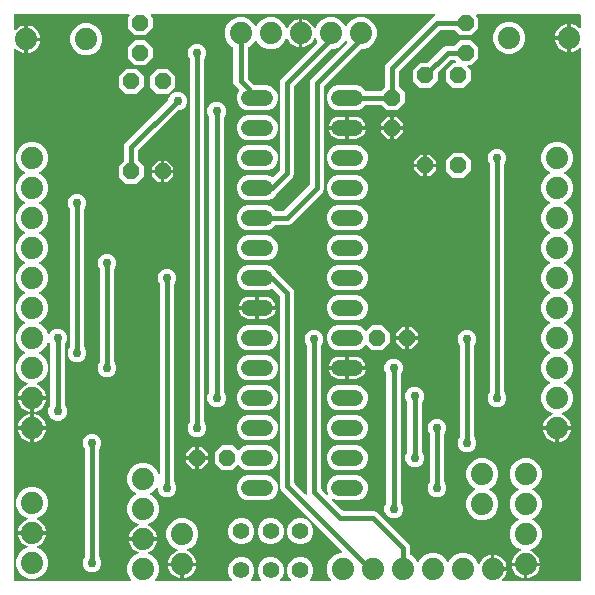
<source format=gbr>
G04 EAGLE Gerber RS-274X export*
G75*
%MOMM*%
%FSLAX34Y34*%
%LPD*%
%INBottom Copper*%
%IPPOS*%
%AMOC8*
5,1,8,0,0,1.08239X$1,22.5*%
G01*
%ADD10P,1.429621X8X292.500000*%
%ADD11P,1.429621X8X202.500000*%
%ADD12P,1.429621X8X22.500000*%
%ADD13P,1.429621X8X112.500000*%
%ADD14C,1.320800*%
%ADD15C,1.879600*%
%ADD16C,1.408000*%
%ADD17C,0.756400*%
%ADD18C,0.406400*%

G36*
X108733Y10172D02*
X108733Y10172D01*
X108805Y10174D01*
X108854Y10192D01*
X108905Y10200D01*
X108968Y10234D01*
X109036Y10259D01*
X109076Y10291D01*
X109122Y10316D01*
X109172Y10368D01*
X109228Y10412D01*
X109256Y10456D01*
X109292Y10494D01*
X109322Y10559D01*
X109361Y10619D01*
X109373Y10670D01*
X109395Y10717D01*
X109403Y10788D01*
X109421Y10858D01*
X109417Y10910D01*
X109423Y10961D01*
X109407Y11032D01*
X109402Y11103D01*
X109381Y11151D01*
X109370Y11202D01*
X109333Y11263D01*
X109305Y11329D01*
X109261Y11385D01*
X109244Y11413D01*
X109226Y11428D01*
X109201Y11460D01*
X107967Y12694D01*
X105917Y17642D01*
X105917Y22998D01*
X107967Y27946D01*
X111754Y31733D01*
X115140Y33136D01*
X115226Y33189D01*
X115315Y33237D01*
X115330Y33254D01*
X115349Y33265D01*
X115413Y33343D01*
X115482Y33417D01*
X115491Y33438D01*
X115506Y33455D01*
X115542Y33549D01*
X115584Y33642D01*
X115586Y33664D01*
X115594Y33684D01*
X115598Y33785D01*
X115608Y33886D01*
X115603Y33908D01*
X115604Y33930D01*
X115576Y34027D01*
X115553Y34126D01*
X115542Y34145D01*
X115536Y34166D01*
X115478Y34249D01*
X115425Y34336D01*
X115408Y34350D01*
X115395Y34368D01*
X115314Y34429D01*
X115236Y34494D01*
X115212Y34505D01*
X115198Y34515D01*
X115167Y34525D01*
X115084Y34563D01*
X114797Y34656D01*
X113123Y35509D01*
X111602Y36614D01*
X110274Y37942D01*
X109169Y39463D01*
X108316Y41137D01*
X107735Y42924D01*
X107534Y44197D01*
X118618Y44197D01*
X118638Y44200D01*
X118657Y44198D01*
X118759Y44220D01*
X118861Y44237D01*
X118878Y44246D01*
X118898Y44250D01*
X118987Y44303D01*
X119078Y44352D01*
X119092Y44366D01*
X119109Y44376D01*
X119176Y44455D01*
X119247Y44530D01*
X119256Y44548D01*
X119269Y44563D01*
X119307Y44659D01*
X119351Y44753D01*
X119353Y44773D01*
X119361Y44791D01*
X119379Y44958D01*
X119379Y46482D01*
X119376Y46502D01*
X119378Y46521D01*
X119356Y46623D01*
X119339Y46725D01*
X119330Y46742D01*
X119326Y46762D01*
X119273Y46851D01*
X119224Y46942D01*
X119210Y46956D01*
X119200Y46973D01*
X119121Y47040D01*
X119046Y47111D01*
X119028Y47120D01*
X119013Y47133D01*
X118917Y47172D01*
X118823Y47215D01*
X118803Y47217D01*
X118785Y47225D01*
X118618Y47243D01*
X107534Y47243D01*
X107735Y48516D01*
X108316Y50303D01*
X109169Y51977D01*
X110274Y53498D01*
X111602Y54826D01*
X113123Y55931D01*
X114797Y56784D01*
X115084Y56877D01*
X115174Y56924D01*
X115266Y56965D01*
X115282Y56980D01*
X115302Y56990D01*
X115373Y57063D01*
X115447Y57131D01*
X115458Y57151D01*
X115473Y57167D01*
X115517Y57258D01*
X115566Y57347D01*
X115570Y57369D01*
X115579Y57389D01*
X115592Y57489D01*
X115610Y57589D01*
X115606Y57611D01*
X115609Y57633D01*
X115589Y57732D01*
X115574Y57832D01*
X115564Y57852D01*
X115559Y57874D01*
X115508Y57961D01*
X115462Y58051D01*
X115446Y58067D01*
X115435Y58086D01*
X115359Y58153D01*
X115287Y58224D01*
X115263Y58237D01*
X115250Y58248D01*
X115220Y58260D01*
X115140Y58304D01*
X111754Y59707D01*
X107967Y63494D01*
X105917Y68442D01*
X105917Y73798D01*
X107967Y78746D01*
X111754Y82533D01*
X113163Y83117D01*
X113224Y83155D01*
X113289Y83184D01*
X113328Y83219D01*
X113372Y83246D01*
X113418Y83302D01*
X113470Y83350D01*
X113495Y83396D01*
X113529Y83436D01*
X113554Y83503D01*
X113589Y83566D01*
X113598Y83617D01*
X113617Y83665D01*
X113620Y83737D01*
X113633Y83808D01*
X113625Y83859D01*
X113627Y83911D01*
X113607Y83980D01*
X113597Y84051D01*
X113573Y84097D01*
X113559Y84147D01*
X113518Y84206D01*
X113485Y84270D01*
X113448Y84307D01*
X113418Y84349D01*
X113361Y84392D01*
X113310Y84442D01*
X113247Y84477D01*
X113221Y84496D01*
X113199Y84503D01*
X113163Y84523D01*
X111754Y85107D01*
X107967Y88894D01*
X105917Y93842D01*
X105917Y99198D01*
X107967Y104146D01*
X111754Y107933D01*
X116702Y109983D01*
X122058Y109983D01*
X127006Y107933D01*
X130793Y104146D01*
X132139Y100898D01*
X132190Y100815D01*
X132236Y100729D01*
X132255Y100711D01*
X132268Y100688D01*
X132343Y100626D01*
X132414Y100559D01*
X132438Y100548D01*
X132458Y100532D01*
X132549Y100497D01*
X132637Y100456D01*
X132663Y100453D01*
X132687Y100443D01*
X132785Y100439D01*
X132881Y100429D01*
X132907Y100434D01*
X132933Y100433D01*
X133027Y100460D01*
X133122Y100481D01*
X133144Y100494D01*
X133169Y100502D01*
X133249Y100557D01*
X133333Y100607D01*
X133350Y100627D01*
X133371Y100642D01*
X133430Y100720D01*
X133493Y100794D01*
X133503Y100818D01*
X133518Y100839D01*
X133548Y100932D01*
X133585Y101022D01*
X133588Y101055D01*
X133594Y101073D01*
X133594Y101106D01*
X133603Y101189D01*
X133603Y261384D01*
X133601Y261400D01*
X133602Y261413D01*
X133588Y261477D01*
X133581Y261565D01*
X133569Y261595D01*
X133564Y261627D01*
X133550Y261653D01*
X133549Y261655D01*
X133521Y261708D01*
X133485Y261792D01*
X133459Y261824D01*
X133448Y261845D01*
X133425Y261867D01*
X133380Y261923D01*
X133048Y262255D01*
X131853Y265139D01*
X131853Y268261D01*
X133048Y271145D01*
X135255Y273352D01*
X138139Y274547D01*
X141261Y274547D01*
X144145Y273352D01*
X146352Y271145D01*
X147547Y268261D01*
X147547Y265139D01*
X146352Y262255D01*
X146020Y261923D01*
X145967Y261849D01*
X145907Y261779D01*
X145895Y261749D01*
X145876Y261723D01*
X145849Y261636D01*
X145834Y261599D01*
X145825Y261578D01*
X145824Y261574D01*
X145815Y261551D01*
X145811Y261510D01*
X145804Y261488D01*
X145805Y261456D01*
X145797Y261384D01*
X145797Y94216D01*
X145811Y94125D01*
X145819Y94035D01*
X145831Y94005D01*
X145836Y93973D01*
X145879Y93892D01*
X145915Y93808D01*
X145941Y93776D01*
X145952Y93755D01*
X145975Y93733D01*
X146020Y93677D01*
X146352Y93345D01*
X147547Y90461D01*
X147547Y87339D01*
X146352Y84455D01*
X144145Y82248D01*
X141261Y81053D01*
X138139Y81053D01*
X135255Y82248D01*
X133048Y84455D01*
X131853Y87339D01*
X131853Y88116D01*
X131842Y88187D01*
X131840Y88259D01*
X131822Y88308D01*
X131814Y88359D01*
X131780Y88422D01*
X131755Y88490D01*
X131723Y88530D01*
X131698Y88576D01*
X131646Y88626D01*
X131602Y88682D01*
X131558Y88710D01*
X131520Y88746D01*
X131455Y88776D01*
X131395Y88815D01*
X131344Y88827D01*
X131297Y88849D01*
X131226Y88857D01*
X131156Y88875D01*
X131104Y88871D01*
X131053Y88877D01*
X130982Y88861D01*
X130911Y88856D01*
X130863Y88835D01*
X130812Y88824D01*
X130751Y88787D01*
X130685Y88759D01*
X130629Y88715D01*
X130601Y88698D01*
X130586Y88680D01*
X130554Y88655D01*
X127006Y85107D01*
X125597Y84523D01*
X125536Y84486D01*
X125471Y84456D01*
X125432Y84421D01*
X125388Y84394D01*
X125342Y84338D01*
X125290Y84290D01*
X125265Y84244D01*
X125231Y84204D01*
X125206Y84137D01*
X125171Y84074D01*
X125162Y84023D01*
X125143Y83975D01*
X125140Y83903D01*
X125127Y83832D01*
X125135Y83781D01*
X125133Y83729D01*
X125153Y83660D01*
X125163Y83589D01*
X125187Y83543D01*
X125201Y83493D01*
X125242Y83434D01*
X125275Y83370D01*
X125312Y83333D01*
X125342Y83291D01*
X125399Y83248D01*
X125450Y83198D01*
X125513Y83163D01*
X125539Y83144D01*
X125561Y83137D01*
X125597Y83117D01*
X127006Y82533D01*
X130793Y78746D01*
X132843Y73798D01*
X132843Y68442D01*
X130793Y63494D01*
X127006Y59707D01*
X123620Y58304D01*
X123534Y58251D01*
X123445Y58203D01*
X123430Y58186D01*
X123411Y58175D01*
X123347Y58097D01*
X123278Y58023D01*
X123269Y58002D01*
X123254Y57985D01*
X123218Y57891D01*
X123176Y57798D01*
X123174Y57776D01*
X123166Y57756D01*
X123162Y57655D01*
X123152Y57554D01*
X123157Y57532D01*
X123156Y57510D01*
X123184Y57413D01*
X123207Y57314D01*
X123218Y57295D01*
X123224Y57274D01*
X123282Y57191D01*
X123335Y57104D01*
X123352Y57090D01*
X123365Y57072D01*
X123446Y57011D01*
X123524Y56946D01*
X123548Y56935D01*
X123562Y56925D01*
X123593Y56915D01*
X123676Y56877D01*
X123963Y56784D01*
X125637Y55931D01*
X127158Y54826D01*
X128486Y53498D01*
X129591Y51977D01*
X130444Y50303D01*
X131025Y48516D01*
X131226Y47243D01*
X120142Y47243D01*
X120122Y47240D01*
X120103Y47242D01*
X120001Y47220D01*
X119899Y47203D01*
X119882Y47194D01*
X119862Y47190D01*
X119773Y47137D01*
X119682Y47088D01*
X119668Y47074D01*
X119651Y47064D01*
X119584Y46985D01*
X119513Y46910D01*
X119504Y46892D01*
X119491Y46877D01*
X119453Y46781D01*
X119409Y46687D01*
X119407Y46667D01*
X119399Y46649D01*
X119381Y46482D01*
X119381Y44958D01*
X119384Y44938D01*
X119382Y44919D01*
X119404Y44817D01*
X119421Y44715D01*
X119430Y44698D01*
X119434Y44678D01*
X119487Y44589D01*
X119536Y44498D01*
X119550Y44484D01*
X119560Y44467D01*
X119639Y44400D01*
X119714Y44329D01*
X119732Y44320D01*
X119747Y44307D01*
X119843Y44268D01*
X119937Y44225D01*
X119957Y44223D01*
X119975Y44215D01*
X120142Y44197D01*
X131226Y44197D01*
X131025Y42924D01*
X130444Y41137D01*
X129591Y39463D01*
X128486Y37942D01*
X127158Y36614D01*
X125637Y35509D01*
X123963Y34656D01*
X123676Y34563D01*
X123586Y34516D01*
X123494Y34475D01*
X123478Y34460D01*
X123458Y34450D01*
X123387Y34377D01*
X123313Y34309D01*
X123302Y34289D01*
X123287Y34273D01*
X123243Y34182D01*
X123194Y34093D01*
X123190Y34071D01*
X123181Y34051D01*
X123168Y33951D01*
X123150Y33851D01*
X123154Y33829D01*
X123151Y33807D01*
X123171Y33708D01*
X123186Y33608D01*
X123196Y33588D01*
X123201Y33566D01*
X123252Y33479D01*
X123298Y33389D01*
X123314Y33373D01*
X123325Y33354D01*
X123401Y33287D01*
X123473Y33216D01*
X123497Y33203D01*
X123510Y33192D01*
X123540Y33180D01*
X123620Y33136D01*
X127006Y31733D01*
X130793Y27946D01*
X132843Y22998D01*
X132843Y17642D01*
X130793Y12694D01*
X129559Y11460D01*
X129518Y11402D01*
X129468Y11350D01*
X129446Y11303D01*
X129416Y11261D01*
X129395Y11192D01*
X129365Y11127D01*
X129359Y11075D01*
X129344Y11025D01*
X129345Y10954D01*
X129337Y10883D01*
X129349Y10832D01*
X129350Y10780D01*
X129375Y10712D01*
X129390Y10642D01*
X129416Y10597D01*
X129434Y10549D01*
X129479Y10493D01*
X129516Y10431D01*
X129555Y10397D01*
X129588Y10357D01*
X129648Y10318D01*
X129703Y10271D01*
X129751Y10252D01*
X129795Y10224D01*
X129864Y10206D01*
X129931Y10179D01*
X130002Y10171D01*
X130033Y10163D01*
X130057Y10165D01*
X130098Y10161D01*
X193687Y10161D01*
X193758Y10172D01*
X193829Y10174D01*
X193878Y10192D01*
X193930Y10200D01*
X193993Y10234D01*
X194060Y10259D01*
X194101Y10291D01*
X194147Y10316D01*
X194196Y10368D01*
X194252Y10412D01*
X194281Y10456D01*
X194317Y10494D01*
X194347Y10559D01*
X194385Y10619D01*
X194398Y10670D01*
X194420Y10717D01*
X194428Y10788D01*
X194446Y10858D01*
X194441Y10910D01*
X194447Y10961D01*
X194432Y11032D01*
X194426Y11103D01*
X194406Y11151D01*
X194395Y11202D01*
X194358Y11263D01*
X194330Y11329D01*
X194285Y11385D01*
X194269Y11413D01*
X194251Y11428D01*
X194225Y11460D01*
X192916Y12770D01*
X191225Y16851D01*
X191225Y21269D01*
X192916Y25350D01*
X196040Y28474D01*
X200121Y30165D01*
X204539Y30165D01*
X208620Y28474D01*
X211744Y25350D01*
X213435Y21269D01*
X213435Y16851D01*
X211744Y12770D01*
X210435Y11460D01*
X210393Y11402D01*
X210343Y11350D01*
X210322Y11303D01*
X210291Y11261D01*
X210270Y11192D01*
X210240Y11127D01*
X210234Y11075D01*
X210219Y11025D01*
X210221Y10954D01*
X210213Y10883D01*
X210224Y10832D01*
X210225Y10780D01*
X210250Y10712D01*
X210265Y10642D01*
X210292Y10597D01*
X210310Y10549D01*
X210354Y10493D01*
X210391Y10431D01*
X210431Y10397D01*
X210463Y10357D01*
X210524Y10318D01*
X210578Y10271D01*
X210626Y10252D01*
X210670Y10224D01*
X210740Y10206D01*
X210806Y10179D01*
X210878Y10171D01*
X210909Y10163D01*
X210932Y10165D01*
X210973Y10161D01*
X218687Y10161D01*
X218758Y10172D01*
X218829Y10174D01*
X218878Y10192D01*
X218930Y10200D01*
X218993Y10234D01*
X219060Y10259D01*
X219101Y10291D01*
X219147Y10316D01*
X219196Y10368D01*
X219252Y10412D01*
X219281Y10456D01*
X219317Y10494D01*
X219347Y10559D01*
X219385Y10619D01*
X219398Y10670D01*
X219420Y10717D01*
X219428Y10788D01*
X219446Y10858D01*
X219441Y10910D01*
X219447Y10961D01*
X219432Y11032D01*
X219426Y11103D01*
X219406Y11151D01*
X219395Y11202D01*
X219358Y11263D01*
X219330Y11329D01*
X219285Y11385D01*
X219269Y11413D01*
X219251Y11428D01*
X219225Y11460D01*
X217916Y12770D01*
X216225Y16851D01*
X216225Y21269D01*
X217916Y25350D01*
X221040Y28474D01*
X225121Y30165D01*
X229539Y30165D01*
X233620Y28474D01*
X236744Y25350D01*
X238435Y21269D01*
X238435Y16851D01*
X236744Y12770D01*
X235435Y11460D01*
X235393Y11402D01*
X235343Y11350D01*
X235322Y11303D01*
X235291Y11261D01*
X235270Y11192D01*
X235240Y11127D01*
X235234Y11075D01*
X235219Y11025D01*
X235221Y10954D01*
X235213Y10883D01*
X235224Y10832D01*
X235225Y10780D01*
X235250Y10712D01*
X235265Y10642D01*
X235292Y10597D01*
X235310Y10549D01*
X235354Y10493D01*
X235391Y10431D01*
X235431Y10397D01*
X235463Y10357D01*
X235524Y10318D01*
X235578Y10271D01*
X235626Y10252D01*
X235670Y10224D01*
X235740Y10206D01*
X235806Y10179D01*
X235878Y10171D01*
X235909Y10163D01*
X235932Y10165D01*
X235973Y10161D01*
X243687Y10161D01*
X243758Y10172D01*
X243829Y10174D01*
X243878Y10192D01*
X243930Y10200D01*
X243993Y10234D01*
X244060Y10259D01*
X244101Y10291D01*
X244147Y10316D01*
X244196Y10368D01*
X244252Y10412D01*
X244281Y10456D01*
X244317Y10494D01*
X244347Y10559D01*
X244385Y10619D01*
X244398Y10670D01*
X244420Y10717D01*
X244428Y10788D01*
X244446Y10858D01*
X244441Y10910D01*
X244447Y10961D01*
X244432Y11032D01*
X244426Y11103D01*
X244406Y11151D01*
X244395Y11202D01*
X244358Y11263D01*
X244330Y11329D01*
X244285Y11385D01*
X244269Y11413D01*
X244251Y11428D01*
X244225Y11460D01*
X242916Y12770D01*
X241225Y16851D01*
X241225Y21269D01*
X242916Y25350D01*
X246040Y28474D01*
X250121Y30165D01*
X254539Y30165D01*
X258620Y28474D01*
X261744Y25350D01*
X263435Y21269D01*
X263435Y16851D01*
X261744Y12770D01*
X260435Y11460D01*
X260393Y11402D01*
X260343Y11350D01*
X260322Y11303D01*
X260291Y11261D01*
X260270Y11192D01*
X260240Y11127D01*
X260234Y11075D01*
X260219Y11025D01*
X260221Y10954D01*
X260213Y10883D01*
X260224Y10832D01*
X260225Y10780D01*
X260250Y10712D01*
X260265Y10642D01*
X260292Y10597D01*
X260310Y10549D01*
X260354Y10493D01*
X260391Y10431D01*
X260431Y10397D01*
X260463Y10357D01*
X260524Y10318D01*
X260578Y10271D01*
X260626Y10252D01*
X260670Y10224D01*
X260740Y10206D01*
X260806Y10179D01*
X260878Y10171D01*
X260909Y10163D01*
X260932Y10165D01*
X260973Y10161D01*
X277572Y10161D01*
X277643Y10172D01*
X277715Y10174D01*
X277764Y10192D01*
X277815Y10200D01*
X277878Y10234D01*
X277946Y10259D01*
X277986Y10291D01*
X278032Y10316D01*
X278082Y10368D01*
X278138Y10412D01*
X278166Y10456D01*
X278202Y10494D01*
X278232Y10559D01*
X278271Y10619D01*
X278283Y10670D01*
X278305Y10717D01*
X278313Y10788D01*
X278331Y10858D01*
X278327Y10910D01*
X278333Y10961D01*
X278317Y11032D01*
X278312Y11103D01*
X278291Y11151D01*
X278280Y11202D01*
X278243Y11263D01*
X278215Y11329D01*
X278171Y11385D01*
X278154Y11413D01*
X278136Y11428D01*
X278111Y11460D01*
X276877Y12694D01*
X274827Y17642D01*
X274827Y22998D01*
X276877Y27946D01*
X280664Y31733D01*
X285612Y33783D01*
X287227Y33783D01*
X287298Y33794D01*
X287370Y33796D01*
X287419Y33814D01*
X287470Y33822D01*
X287533Y33856D01*
X287601Y33881D01*
X287641Y33913D01*
X287688Y33938D01*
X287737Y33990D01*
X287793Y34034D01*
X287821Y34078D01*
X287857Y34116D01*
X287887Y34181D01*
X287926Y34241D01*
X287939Y34292D01*
X287961Y34339D01*
X287968Y34410D01*
X287986Y34480D01*
X287982Y34532D01*
X287988Y34583D01*
X287972Y34654D01*
X287967Y34725D01*
X287946Y34773D01*
X287935Y34824D01*
X287899Y34885D01*
X287870Y34951D01*
X287826Y35007D01*
X287809Y35035D01*
X287791Y35050D01*
X287766Y35082D01*
X236131Y86716D01*
X235203Y88957D01*
X235203Y251159D01*
X235189Y251249D01*
X235181Y251340D01*
X235169Y251370D01*
X235164Y251402D01*
X235121Y251483D01*
X235085Y251567D01*
X235059Y251599D01*
X235048Y251619D01*
X235025Y251642D01*
X234980Y251698D01*
X229243Y257435D01*
X229149Y257502D01*
X229054Y257573D01*
X229048Y257575D01*
X229043Y257578D01*
X228932Y257613D01*
X228820Y257649D01*
X228814Y257649D01*
X228808Y257651D01*
X228691Y257648D01*
X228574Y257647D01*
X228567Y257645D01*
X228562Y257644D01*
X228545Y257638D01*
X228413Y257600D01*
X224626Y256031D01*
X207174Y256031D01*
X203253Y257655D01*
X200251Y260657D01*
X198627Y264578D01*
X198627Y268822D01*
X200251Y272743D01*
X203253Y275745D01*
X207174Y277369D01*
X224626Y277369D01*
X228547Y275745D01*
X231549Y272743D01*
X231761Y272231D01*
X231809Y272153D01*
X231850Y272072D01*
X231873Y272050D01*
X231890Y272022D01*
X231946Y271976D01*
X246469Y257454D01*
X247397Y255213D01*
X247397Y93011D01*
X247411Y92921D01*
X247419Y92830D01*
X247431Y92800D01*
X247436Y92768D01*
X247479Y92687D01*
X247515Y92603D01*
X247541Y92571D01*
X247552Y92551D01*
X247575Y92528D01*
X247620Y92472D01*
X256764Y83328D01*
X256822Y83286D01*
X256874Y83237D01*
X256921Y83215D01*
X256963Y83185D01*
X257032Y83164D01*
X257097Y83133D01*
X257149Y83128D01*
X257199Y83112D01*
X257270Y83114D01*
X257341Y83106D01*
X257392Y83117D01*
X257444Y83119D01*
X257512Y83143D01*
X257582Y83159D01*
X257627Y83185D01*
X257675Y83203D01*
X257731Y83248D01*
X257793Y83285D01*
X257827Y83324D01*
X257867Y83357D01*
X257906Y83417D01*
X257953Y83472D01*
X257972Y83520D01*
X258000Y83564D01*
X258018Y83633D01*
X258045Y83700D01*
X258053Y83771D01*
X258061Y83802D01*
X258059Y83826D01*
X258063Y83867D01*
X258063Y209314D01*
X258049Y209405D01*
X258041Y209495D01*
X258029Y209525D01*
X258024Y209557D01*
X257981Y209638D01*
X257945Y209722D01*
X257919Y209754D01*
X257908Y209775D01*
X257885Y209797D01*
X257840Y209853D01*
X257508Y210185D01*
X256313Y213069D01*
X256313Y216191D01*
X257508Y219075D01*
X259715Y221282D01*
X262599Y222477D01*
X265721Y222477D01*
X268605Y221282D01*
X270812Y219075D01*
X272007Y216191D01*
X272007Y213069D01*
X270812Y210185D01*
X270480Y209853D01*
X270427Y209779D01*
X270367Y209709D01*
X270355Y209679D01*
X270336Y209653D01*
X270309Y209566D01*
X270275Y209481D01*
X270271Y209440D01*
X270264Y209418D01*
X270265Y209386D01*
X270257Y209314D01*
X270257Y87931D01*
X270271Y87841D01*
X270279Y87750D01*
X270291Y87720D01*
X270296Y87688D01*
X270339Y87607D01*
X270375Y87523D01*
X270401Y87491D01*
X270412Y87471D01*
X270435Y87448D01*
X270480Y87392D01*
X274761Y83111D01*
X274840Y83054D01*
X274915Y82992D01*
X274939Y82983D01*
X274961Y82968D01*
X275054Y82939D01*
X275144Y82904D01*
X275171Y82903D01*
X275196Y82895D01*
X275293Y82898D01*
X275390Y82894D01*
X275415Y82901D01*
X275441Y82902D01*
X275533Y82935D01*
X275626Y82962D01*
X275648Y82977D01*
X275673Y82986D01*
X275749Y83047D01*
X275829Y83103D01*
X275844Y83124D01*
X275865Y83140D01*
X275917Y83222D01*
X275975Y83300D01*
X275983Y83325D01*
X275998Y83347D01*
X276021Y83441D01*
X276051Y83534D01*
X276051Y83560D01*
X276058Y83585D01*
X276050Y83682D01*
X276049Y83780D01*
X276040Y83811D01*
X276038Y83831D01*
X276026Y83861D01*
X276002Y83941D01*
X274827Y86778D01*
X274827Y91022D01*
X276451Y94943D01*
X279453Y97945D01*
X283374Y99569D01*
X300826Y99569D01*
X304747Y97945D01*
X307749Y94943D01*
X309373Y91022D01*
X309373Y86778D01*
X307749Y82857D01*
X304747Y79855D01*
X300826Y78231D01*
X283374Y78231D01*
X280537Y79406D01*
X280442Y79429D01*
X280349Y79457D01*
X280323Y79457D01*
X280297Y79463D01*
X280201Y79453D01*
X280103Y79451D01*
X280079Y79442D01*
X280053Y79439D01*
X279963Y79400D01*
X279872Y79366D01*
X279852Y79350D01*
X279828Y79339D01*
X279756Y79274D01*
X279680Y79213D01*
X279666Y79191D01*
X279647Y79173D01*
X279600Y79088D01*
X279547Y79006D01*
X279541Y78980D01*
X279528Y78958D01*
X279511Y78862D01*
X279487Y78767D01*
X279489Y78741D01*
X279484Y78715D01*
X279499Y78619D01*
X279506Y78522D01*
X279516Y78498D01*
X279520Y78472D01*
X279564Y78385D01*
X279602Y78296D01*
X279623Y78270D01*
X279632Y78253D01*
X279655Y78230D01*
X279707Y78165D01*
X288052Y69820D01*
X288126Y69767D01*
X288196Y69707D01*
X288226Y69695D01*
X288252Y69676D01*
X288339Y69649D01*
X288424Y69615D01*
X288465Y69611D01*
X288487Y69604D01*
X288519Y69605D01*
X288591Y69597D01*
X314903Y69597D01*
X317144Y68669D01*
X344259Y41554D01*
X345187Y39313D01*
X345187Y32875D01*
X345206Y32761D01*
X345223Y32644D01*
X345225Y32639D01*
X345226Y32632D01*
X345281Y32530D01*
X345334Y32425D01*
X345339Y32421D01*
X345342Y32415D01*
X345426Y32335D01*
X345510Y32253D01*
X345516Y32249D01*
X345520Y32246D01*
X345537Y32238D01*
X345657Y32172D01*
X346716Y31733D01*
X350503Y27946D01*
X351087Y26537D01*
X351124Y26476D01*
X351154Y26411D01*
X351189Y26372D01*
X351216Y26328D01*
X351272Y26282D01*
X351320Y26230D01*
X351366Y26205D01*
X351406Y26171D01*
X351473Y26146D01*
X351536Y26111D01*
X351587Y26102D01*
X351635Y26083D01*
X351707Y26080D01*
X351778Y26067D01*
X351829Y26075D01*
X351881Y26073D01*
X351950Y26093D01*
X352021Y26103D01*
X352067Y26127D01*
X352117Y26141D01*
X352176Y26182D01*
X352240Y26215D01*
X352277Y26252D01*
X352319Y26282D01*
X352362Y26339D01*
X352412Y26390D01*
X352447Y26453D01*
X352466Y26479D01*
X352473Y26501D01*
X352493Y26537D01*
X353077Y27946D01*
X356864Y31733D01*
X361812Y33783D01*
X367168Y33783D01*
X372116Y31733D01*
X375903Y27946D01*
X376487Y26537D01*
X376524Y26476D01*
X376554Y26411D01*
X376589Y26372D01*
X376616Y26328D01*
X376672Y26282D01*
X376720Y26230D01*
X376766Y26205D01*
X376806Y26171D01*
X376873Y26146D01*
X376936Y26111D01*
X376987Y26102D01*
X377035Y26083D01*
X377107Y26080D01*
X377178Y26067D01*
X377229Y26075D01*
X377281Y26073D01*
X377350Y26093D01*
X377421Y26103D01*
X377467Y26127D01*
X377517Y26141D01*
X377576Y26182D01*
X377640Y26215D01*
X377677Y26252D01*
X377719Y26282D01*
X377762Y26339D01*
X377812Y26390D01*
X377847Y26453D01*
X377866Y26479D01*
X377873Y26501D01*
X377893Y26537D01*
X378477Y27946D01*
X382264Y31733D01*
X387212Y33783D01*
X392568Y33783D01*
X397516Y31733D01*
X401303Y27946D01*
X402706Y24560D01*
X402759Y24474D01*
X402807Y24385D01*
X402824Y24370D01*
X402835Y24351D01*
X402913Y24287D01*
X402987Y24218D01*
X403008Y24209D01*
X403025Y24194D01*
X403119Y24158D01*
X403212Y24116D01*
X403234Y24114D01*
X403254Y24106D01*
X403355Y24102D01*
X403456Y24092D01*
X403478Y24097D01*
X403500Y24096D01*
X403597Y24124D01*
X403696Y24147D01*
X403715Y24158D01*
X403736Y24164D01*
X403819Y24222D01*
X403906Y24275D01*
X403920Y24292D01*
X403938Y24305D01*
X403999Y24386D01*
X404064Y24464D01*
X404075Y24488D01*
X404085Y24502D01*
X404095Y24533D01*
X404133Y24616D01*
X404226Y24903D01*
X405079Y26577D01*
X406184Y28098D01*
X407512Y29426D01*
X409033Y30531D01*
X410707Y31384D01*
X412494Y31965D01*
X413767Y32166D01*
X413767Y21082D01*
X413770Y21062D01*
X413768Y21043D01*
X413790Y20941D01*
X413807Y20839D01*
X413816Y20822D01*
X413820Y20802D01*
X413873Y20713D01*
X413922Y20622D01*
X413936Y20608D01*
X413946Y20591D01*
X414025Y20524D01*
X414100Y20453D01*
X414118Y20444D01*
X414133Y20431D01*
X414229Y20393D01*
X414323Y20349D01*
X414343Y20347D01*
X414361Y20339D01*
X414528Y20321D01*
X415291Y20321D01*
X415291Y19558D01*
X415294Y19538D01*
X415292Y19519D01*
X415314Y19417D01*
X415331Y19315D01*
X415340Y19298D01*
X415344Y19278D01*
X415397Y19189D01*
X415446Y19098D01*
X415460Y19084D01*
X415470Y19067D01*
X415549Y19000D01*
X415624Y18929D01*
X415642Y18920D01*
X415657Y18907D01*
X415753Y18868D01*
X415847Y18825D01*
X415867Y18823D01*
X415885Y18815D01*
X416052Y18797D01*
X427136Y18797D01*
X426935Y17524D01*
X426354Y15737D01*
X425501Y14063D01*
X424396Y12542D01*
X423314Y11460D01*
X423272Y11402D01*
X423223Y11350D01*
X423201Y11303D01*
X423171Y11261D01*
X423150Y11192D01*
X423119Y11127D01*
X423114Y11075D01*
X423098Y11025D01*
X423100Y10954D01*
X423092Y10883D01*
X423103Y10832D01*
X423105Y10780D01*
X423129Y10712D01*
X423144Y10642D01*
X423171Y10597D01*
X423189Y10549D01*
X423234Y10493D01*
X423271Y10431D01*
X423310Y10397D01*
X423343Y10357D01*
X423403Y10318D01*
X423458Y10271D01*
X423506Y10252D01*
X423550Y10224D01*
X423619Y10206D01*
X423686Y10179D01*
X423757Y10171D01*
X423788Y10163D01*
X423812Y10165D01*
X423852Y10161D01*
X489078Y10161D01*
X489098Y10164D01*
X489117Y10162D01*
X489219Y10184D01*
X489321Y10200D01*
X489338Y10210D01*
X489358Y10214D01*
X489447Y10267D01*
X489538Y10316D01*
X489552Y10330D01*
X489569Y10340D01*
X489636Y10419D01*
X489708Y10494D01*
X489716Y10512D01*
X489729Y10527D01*
X489768Y10623D01*
X489811Y10717D01*
X489813Y10737D01*
X489821Y10755D01*
X489839Y10922D01*
X489839Y460958D01*
X489828Y461028D01*
X489826Y461100D01*
X489808Y461149D01*
X489800Y461200D01*
X489766Y461264D01*
X489741Y461331D01*
X489709Y461372D01*
X489684Y461418D01*
X489632Y461467D01*
X489588Y461523D01*
X489544Y461551D01*
X489506Y461587D01*
X489441Y461617D01*
X489381Y461656D01*
X489330Y461669D01*
X489283Y461691D01*
X489212Y461699D01*
X489142Y461716D01*
X489090Y461712D01*
X489039Y461718D01*
X488968Y461703D01*
X488897Y461697D01*
X488849Y461677D01*
X488798Y461666D01*
X488737Y461629D01*
X488671Y461601D01*
X488615Y461556D01*
X488587Y461539D01*
X488572Y461522D01*
X488540Y461496D01*
X487838Y460794D01*
X486317Y459689D01*
X484643Y458836D01*
X482856Y458255D01*
X481583Y458054D01*
X481583Y469138D01*
X481580Y469158D01*
X481582Y469177D01*
X481560Y469279D01*
X481543Y469381D01*
X481534Y469398D01*
X481530Y469418D01*
X481477Y469507D01*
X481428Y469598D01*
X481414Y469612D01*
X481404Y469629D01*
X481325Y469696D01*
X481250Y469767D01*
X481232Y469776D01*
X481217Y469789D01*
X481121Y469827D01*
X481027Y469871D01*
X481007Y469873D01*
X480989Y469881D01*
X480822Y469899D01*
X480059Y469899D01*
X480059Y469901D01*
X480822Y469901D01*
X480842Y469904D01*
X480861Y469902D01*
X480963Y469924D01*
X481065Y469941D01*
X481082Y469950D01*
X481102Y469954D01*
X481191Y470007D01*
X481282Y470056D01*
X481296Y470070D01*
X481313Y470080D01*
X481380Y470159D01*
X481451Y470234D01*
X481460Y470252D01*
X481473Y470267D01*
X481512Y470363D01*
X481555Y470457D01*
X481557Y470477D01*
X481565Y470495D01*
X481583Y470662D01*
X481583Y481746D01*
X482856Y481545D01*
X484643Y480964D01*
X486317Y480111D01*
X487838Y479006D01*
X488540Y478304D01*
X488598Y478262D01*
X488650Y478213D01*
X488697Y478191D01*
X488739Y478161D01*
X488808Y478140D01*
X488873Y478109D01*
X488925Y478104D01*
X488975Y478088D01*
X489046Y478090D01*
X489117Y478082D01*
X489168Y478093D01*
X489220Y478095D01*
X489288Y478119D01*
X489358Y478134D01*
X489403Y478161D01*
X489451Y478179D01*
X489507Y478224D01*
X489569Y478261D01*
X489603Y478300D01*
X489643Y478333D01*
X489682Y478393D01*
X489729Y478448D01*
X489748Y478496D01*
X489776Y478540D01*
X489794Y478609D01*
X489821Y478676D01*
X489829Y478747D01*
X489837Y478778D01*
X489835Y478802D01*
X489839Y478842D01*
X489839Y489078D01*
X489836Y489098D01*
X489838Y489117D01*
X489816Y489219D01*
X489800Y489321D01*
X489790Y489338D01*
X489786Y489358D01*
X489733Y489447D01*
X489684Y489538D01*
X489670Y489552D01*
X489660Y489569D01*
X489581Y489636D01*
X489506Y489708D01*
X489488Y489716D01*
X489473Y489729D01*
X489377Y489768D01*
X489283Y489811D01*
X489263Y489813D01*
X489245Y489821D01*
X489078Y489839D01*
X402116Y489839D01*
X402046Y489828D01*
X401974Y489826D01*
X401925Y489808D01*
X401874Y489800D01*
X401810Y489766D01*
X401743Y489741D01*
X401702Y489709D01*
X401656Y489684D01*
X401607Y489632D01*
X401551Y489588D01*
X401523Y489544D01*
X401487Y489506D01*
X401457Y489441D01*
X401418Y489381D01*
X401405Y489330D01*
X401383Y489283D01*
X401375Y489212D01*
X401358Y489142D01*
X401362Y489090D01*
X401356Y489039D01*
X401371Y488968D01*
X401377Y488897D01*
X401397Y488849D01*
X401408Y488798D01*
X401445Y488737D01*
X401473Y488671D01*
X401518Y488615D01*
X401535Y488587D01*
X401552Y488572D01*
X401578Y488540D01*
X403099Y487019D01*
X403099Y478181D01*
X396849Y471931D01*
X388011Y471931D01*
X383662Y476280D01*
X383588Y476333D01*
X383518Y476393D01*
X383488Y476405D01*
X383462Y476424D01*
X383375Y476451D01*
X383290Y476485D01*
X383249Y476489D01*
X383227Y476496D01*
X383195Y476495D01*
X383124Y476503D01*
X371141Y476503D01*
X371051Y476489D01*
X370960Y476481D01*
X370930Y476469D01*
X370898Y476464D01*
X370817Y476421D01*
X370733Y476385D01*
X370701Y476359D01*
X370681Y476348D01*
X370658Y476325D01*
X370602Y476280D01*
X336520Y442198D01*
X336467Y442124D01*
X336407Y442054D01*
X336395Y442024D01*
X336376Y441998D01*
X336349Y441911D01*
X336315Y441826D01*
X336311Y441785D01*
X336304Y441763D01*
X336305Y441731D01*
X336297Y441659D01*
X336297Y428406D01*
X336311Y428316D01*
X336319Y428225D01*
X336331Y428196D01*
X336336Y428164D01*
X336379Y428083D01*
X336415Y427999D01*
X336441Y427967D01*
X336452Y427946D01*
X336475Y427924D01*
X336520Y427868D01*
X340869Y423519D01*
X340869Y414681D01*
X334619Y408431D01*
X325781Y408431D01*
X321432Y412780D01*
X321358Y412833D01*
X321288Y412893D01*
X321258Y412905D01*
X321232Y412924D01*
X321145Y412951D01*
X321060Y412985D01*
X321019Y412989D01*
X320997Y412996D01*
X320965Y412995D01*
X320894Y413003D01*
X308010Y413003D01*
X307920Y412989D01*
X307829Y412981D01*
X307800Y412969D01*
X307768Y412964D01*
X307687Y412921D01*
X307603Y412885D01*
X307571Y412859D01*
X307550Y412848D01*
X307528Y412825D01*
X307472Y412780D01*
X304747Y410055D01*
X300826Y408431D01*
X283374Y408431D01*
X279453Y410055D01*
X276451Y413057D01*
X274827Y416978D01*
X274827Y421222D01*
X276451Y425143D01*
X279453Y428145D01*
X283374Y429769D01*
X300826Y429769D01*
X304747Y428145D01*
X307472Y425420D01*
X307546Y425367D01*
X307616Y425307D01*
X307646Y425295D01*
X307672Y425276D01*
X307759Y425249D01*
X307844Y425215D01*
X307885Y425211D01*
X307907Y425204D01*
X307939Y425205D01*
X308010Y425197D01*
X320894Y425197D01*
X320984Y425211D01*
X321075Y425219D01*
X321104Y425231D01*
X321136Y425236D01*
X321217Y425279D01*
X321301Y425315D01*
X321333Y425341D01*
X321354Y425352D01*
X321376Y425375D01*
X321432Y425420D01*
X323880Y427868D01*
X323933Y427942D01*
X323993Y428012D01*
X324005Y428042D01*
X324024Y428068D01*
X324051Y428155D01*
X324085Y428240D01*
X324089Y428281D01*
X324096Y428303D01*
X324095Y428335D01*
X324103Y428406D01*
X324103Y445713D01*
X325031Y447954D01*
X364846Y487769D01*
X366310Y488375D01*
X366393Y488426D01*
X366479Y488472D01*
X366497Y488490D01*
X366519Y488504D01*
X366581Y488580D01*
X366648Y488650D01*
X366659Y488674D01*
X366676Y488694D01*
X366711Y488785D01*
X366752Y488873D01*
X366755Y488899D01*
X366764Y488923D01*
X366768Y489021D01*
X366779Y489117D01*
X366773Y489143D01*
X366774Y489169D01*
X366747Y489263D01*
X366727Y489358D01*
X366713Y489380D01*
X366706Y489405D01*
X366650Y489485D01*
X366600Y489569D01*
X366581Y489586D01*
X366566Y489607D01*
X366487Y489666D01*
X366413Y489729D01*
X366389Y489739D01*
X366368Y489754D01*
X366276Y489784D01*
X366185Y489821D01*
X366153Y489824D01*
X366134Y489830D01*
X366101Y489830D01*
X366019Y489839D01*
X126526Y489839D01*
X126456Y489828D01*
X126384Y489826D01*
X126335Y489808D01*
X126284Y489800D01*
X126220Y489766D01*
X126153Y489741D01*
X126112Y489709D01*
X126066Y489684D01*
X126017Y489632D01*
X125961Y489588D01*
X125933Y489544D01*
X125897Y489506D01*
X125867Y489441D01*
X125828Y489381D01*
X125815Y489330D01*
X125793Y489283D01*
X125785Y489212D01*
X125768Y489142D01*
X125772Y489090D01*
X125766Y489039D01*
X125781Y488968D01*
X125787Y488897D01*
X125807Y488849D01*
X125818Y488798D01*
X125855Y488737D01*
X125883Y488671D01*
X125928Y488615D01*
X125945Y488587D01*
X125962Y488572D01*
X125988Y488540D01*
X127509Y487019D01*
X127509Y478181D01*
X121259Y471931D01*
X112421Y471931D01*
X106171Y478181D01*
X106171Y487019D01*
X107692Y488540D01*
X107734Y488598D01*
X107783Y488650D01*
X107805Y488697D01*
X107835Y488739D01*
X107857Y488808D01*
X107887Y488873D01*
X107892Y488925D01*
X107908Y488975D01*
X107906Y489046D01*
X107914Y489117D01*
X107903Y489168D01*
X107901Y489220D01*
X107877Y489288D01*
X107862Y489358D01*
X107835Y489403D01*
X107817Y489451D01*
X107772Y489507D01*
X107735Y489569D01*
X107696Y489603D01*
X107663Y489643D01*
X107603Y489682D01*
X107548Y489729D01*
X107500Y489748D01*
X107456Y489776D01*
X107387Y489794D01*
X107320Y489821D01*
X107249Y489829D01*
X107218Y489837D01*
X107195Y489835D01*
X107154Y489839D01*
X10922Y489839D01*
X10902Y489836D01*
X10883Y489838D01*
X10781Y489816D01*
X10679Y489800D01*
X10662Y489790D01*
X10642Y489786D01*
X10553Y489733D01*
X10462Y489684D01*
X10448Y489670D01*
X10431Y489660D01*
X10364Y489581D01*
X10292Y489506D01*
X10284Y489488D01*
X10271Y489473D01*
X10232Y489377D01*
X10189Y489283D01*
X10187Y489263D01*
X10179Y489245D01*
X10161Y489078D01*
X10161Y477192D01*
X10172Y477122D01*
X10174Y477050D01*
X10192Y477001D01*
X10200Y476950D01*
X10234Y476886D01*
X10259Y476819D01*
X10291Y476778D01*
X10316Y476732D01*
X10368Y476683D01*
X10412Y476627D01*
X10456Y476599D01*
X10494Y476563D01*
X10559Y476533D01*
X10619Y476494D01*
X10670Y476481D01*
X10717Y476459D01*
X10788Y476451D01*
X10858Y476434D01*
X10910Y476438D01*
X10961Y476432D01*
X11032Y476447D01*
X11103Y476453D01*
X11151Y476473D01*
X11202Y476484D01*
X11263Y476521D01*
X11329Y476549D01*
X11385Y476594D01*
X11413Y476611D01*
X11428Y476628D01*
X11460Y476654D01*
X12542Y477736D01*
X14063Y478841D01*
X15737Y479694D01*
X17524Y480275D01*
X18797Y480476D01*
X18797Y469392D01*
X18800Y469372D01*
X18798Y469353D01*
X18820Y469251D01*
X18837Y469149D01*
X18846Y469132D01*
X18850Y469112D01*
X18903Y469023D01*
X18952Y468932D01*
X18966Y468918D01*
X18976Y468901D01*
X19055Y468834D01*
X19130Y468763D01*
X19148Y468754D01*
X19163Y468741D01*
X19259Y468703D01*
X19353Y468659D01*
X19373Y468657D01*
X19391Y468649D01*
X19558Y468631D01*
X20321Y468631D01*
X20321Y468629D01*
X19558Y468629D01*
X19538Y468626D01*
X19519Y468628D01*
X19417Y468606D01*
X19315Y468589D01*
X19298Y468580D01*
X19278Y468576D01*
X19189Y468523D01*
X19098Y468474D01*
X19084Y468460D01*
X19067Y468450D01*
X19000Y468371D01*
X18929Y468296D01*
X18920Y468278D01*
X18907Y468263D01*
X18868Y468167D01*
X18825Y468073D01*
X18823Y468053D01*
X18815Y468035D01*
X18797Y467868D01*
X18797Y456784D01*
X17524Y456985D01*
X15737Y457566D01*
X14063Y458419D01*
X12542Y459524D01*
X11460Y460606D01*
X11402Y460648D01*
X11350Y460697D01*
X11329Y460707D01*
X11325Y460710D01*
X11302Y460720D01*
X11261Y460749D01*
X11192Y460770D01*
X11127Y460801D01*
X11075Y460806D01*
X11025Y460822D01*
X10954Y460820D01*
X10883Y460828D01*
X10832Y460817D01*
X10780Y460815D01*
X10712Y460791D01*
X10642Y460776D01*
X10597Y460749D01*
X10549Y460731D01*
X10493Y460686D01*
X10431Y460649D01*
X10397Y460610D01*
X10357Y460577D01*
X10318Y460517D01*
X10294Y460489D01*
X10292Y460488D01*
X10292Y460487D01*
X10271Y460462D01*
X10252Y460414D01*
X10224Y460370D01*
X10206Y460302D01*
X10189Y460264D01*
X10188Y460256D01*
X10179Y460234D01*
X10171Y460163D01*
X10163Y460132D01*
X10165Y460108D01*
X10161Y460068D01*
X10161Y10922D01*
X10164Y10902D01*
X10162Y10883D01*
X10184Y10781D01*
X10200Y10679D01*
X10210Y10662D01*
X10214Y10642D01*
X10267Y10553D01*
X10316Y10462D01*
X10330Y10448D01*
X10340Y10431D01*
X10419Y10364D01*
X10494Y10292D01*
X10512Y10284D01*
X10527Y10271D01*
X10623Y10232D01*
X10717Y10189D01*
X10737Y10187D01*
X10755Y10179D01*
X10922Y10161D01*
X108662Y10161D01*
X108733Y10172D01*
G37*
%LPC*%
G36*
X207174Y306831D02*
X207174Y306831D01*
X203253Y308455D01*
X200251Y311457D01*
X198627Y315378D01*
X198627Y319622D01*
X200251Y323543D01*
X203253Y326545D01*
X207174Y328169D01*
X224626Y328169D01*
X228547Y326545D01*
X231272Y323820D01*
X231346Y323767D01*
X231416Y323707D01*
X231446Y323695D01*
X231472Y323676D01*
X231559Y323649D01*
X231644Y323615D01*
X231685Y323611D01*
X231707Y323604D01*
X231739Y323605D01*
X231810Y323597D01*
X238459Y323597D01*
X238549Y323611D01*
X238640Y323619D01*
X238670Y323631D01*
X238702Y323636D01*
X238783Y323679D01*
X238867Y323715D01*
X238899Y323741D01*
X238919Y323752D01*
X238942Y323775D01*
X238998Y323820D01*
X260380Y345202D01*
X260433Y345276D01*
X260493Y345346D01*
X260505Y345376D01*
X260524Y345402D01*
X260551Y345489D01*
X260585Y345574D01*
X260589Y345615D01*
X260596Y345637D01*
X260595Y345669D01*
X260603Y345741D01*
X260603Y433013D01*
X261531Y435254D01*
X291829Y465551D01*
X291897Y465646D01*
X291967Y465740D01*
X291969Y465746D01*
X291972Y465751D01*
X292007Y465862D01*
X292043Y465974D01*
X292043Y465980D01*
X292045Y465986D01*
X292042Y466103D01*
X292041Y466220D01*
X292039Y466227D01*
X292038Y466232D01*
X292032Y466249D01*
X291994Y466381D01*
X291533Y467493D01*
X291496Y467554D01*
X291466Y467619D01*
X291431Y467658D01*
X291404Y467702D01*
X291348Y467748D01*
X291300Y467800D01*
X291254Y467825D01*
X291214Y467859D01*
X291147Y467884D01*
X291084Y467919D01*
X291033Y467928D01*
X290985Y467947D01*
X290913Y467950D01*
X290842Y467963D01*
X290791Y467955D01*
X290739Y467957D01*
X290670Y467937D01*
X290599Y467927D01*
X290553Y467903D01*
X290503Y467889D01*
X290444Y467848D01*
X290380Y467815D01*
X290343Y467778D01*
X290301Y467748D01*
X290258Y467691D01*
X290208Y467640D01*
X290173Y467577D01*
X290154Y467551D01*
X290147Y467529D01*
X290127Y467493D01*
X289543Y466084D01*
X285756Y462297D01*
X280808Y460247D01*
X278685Y460247D01*
X278595Y460233D01*
X278504Y460225D01*
X278474Y460213D01*
X278442Y460208D01*
X278361Y460165D01*
X278277Y460129D01*
X278245Y460103D01*
X278225Y460092D01*
X278202Y460069D01*
X278146Y460024D01*
X247620Y429498D01*
X247567Y429424D01*
X247507Y429354D01*
X247495Y429324D01*
X247476Y429298D01*
X247449Y429211D01*
X247415Y429126D01*
X247411Y429085D01*
X247404Y429063D01*
X247405Y429031D01*
X247397Y428959D01*
X247397Y354387D01*
X246469Y352146D01*
X231989Y337667D01*
X231964Y337651D01*
X231905Y337581D01*
X231842Y337516D01*
X231822Y337480D01*
X231807Y337462D01*
X231795Y337432D01*
X231761Y337369D01*
X231549Y336857D01*
X228547Y333855D01*
X224626Y332231D01*
X207174Y332231D01*
X203253Y333855D01*
X200251Y336857D01*
X198627Y340778D01*
X198627Y345022D01*
X200251Y348943D01*
X203253Y351945D01*
X207174Y353569D01*
X224626Y353569D01*
X228413Y352000D01*
X228480Y351984D01*
X228490Y351980D01*
X228503Y351979D01*
X228527Y351973D01*
X228640Y351945D01*
X228647Y351945D01*
X228653Y351944D01*
X228769Y351955D01*
X228886Y351964D01*
X228891Y351966D01*
X228898Y351967D01*
X229005Y352015D01*
X229112Y352060D01*
X229118Y352065D01*
X229122Y352067D01*
X229136Y352080D01*
X229179Y352114D01*
X229185Y352117D01*
X229191Y352124D01*
X229243Y352165D01*
X234980Y357902D01*
X235033Y357976D01*
X235093Y358046D01*
X235105Y358076D01*
X235124Y358102D01*
X235151Y358189D01*
X235185Y358274D01*
X235189Y358315D01*
X235196Y358337D01*
X235195Y358369D01*
X235203Y358441D01*
X235203Y433013D01*
X236131Y435254D01*
X266429Y465551D01*
X266496Y465645D01*
X266567Y465740D01*
X266569Y465746D01*
X266572Y465751D01*
X266607Y465862D01*
X266643Y465974D01*
X266643Y465980D01*
X266645Y465986D01*
X266642Y466103D01*
X266641Y466220D01*
X266639Y466227D01*
X266638Y466232D01*
X266632Y466249D01*
X266594Y466381D01*
X265314Y469470D01*
X265261Y469556D01*
X265213Y469645D01*
X265196Y469660D01*
X265185Y469679D01*
X265107Y469743D01*
X265033Y469812D01*
X265012Y469821D01*
X264995Y469836D01*
X264901Y469872D01*
X264808Y469914D01*
X264786Y469916D01*
X264766Y469924D01*
X264665Y469928D01*
X264564Y469938D01*
X264542Y469933D01*
X264520Y469934D01*
X264423Y469906D01*
X264324Y469883D01*
X264305Y469872D01*
X264284Y469866D01*
X264201Y469808D01*
X264114Y469755D01*
X264100Y469738D01*
X264082Y469725D01*
X264021Y469644D01*
X263956Y469566D01*
X263945Y469542D01*
X263935Y469528D01*
X263925Y469497D01*
X263887Y469414D01*
X263794Y469127D01*
X262941Y467453D01*
X261836Y465932D01*
X260508Y464604D01*
X258987Y463499D01*
X257313Y462646D01*
X255526Y462065D01*
X254253Y461864D01*
X254253Y472948D01*
X254250Y472968D01*
X254252Y472987D01*
X254230Y473089D01*
X254213Y473191D01*
X254204Y473208D01*
X254200Y473228D01*
X254147Y473317D01*
X254098Y473408D01*
X254084Y473422D01*
X254074Y473439D01*
X253995Y473506D01*
X253920Y473577D01*
X253902Y473586D01*
X253887Y473599D01*
X253791Y473637D01*
X253697Y473681D01*
X253677Y473683D01*
X253659Y473691D01*
X253492Y473709D01*
X251968Y473709D01*
X251948Y473706D01*
X251929Y473708D01*
X251827Y473686D01*
X251725Y473669D01*
X251708Y473660D01*
X251688Y473656D01*
X251599Y473603D01*
X251508Y473554D01*
X251494Y473540D01*
X251477Y473530D01*
X251410Y473451D01*
X251339Y473376D01*
X251330Y473358D01*
X251317Y473343D01*
X251278Y473247D01*
X251235Y473153D01*
X251233Y473133D01*
X251225Y473115D01*
X251207Y472948D01*
X251207Y461864D01*
X249934Y462065D01*
X248147Y462646D01*
X246473Y463499D01*
X244952Y464604D01*
X243624Y465932D01*
X242519Y467453D01*
X241666Y469127D01*
X241573Y469414D01*
X241526Y469504D01*
X241485Y469596D01*
X241470Y469612D01*
X241460Y469632D01*
X241387Y469703D01*
X241319Y469777D01*
X241299Y469788D01*
X241283Y469803D01*
X241192Y469847D01*
X241103Y469896D01*
X241081Y469900D01*
X241061Y469909D01*
X240961Y469922D01*
X240861Y469940D01*
X240839Y469936D01*
X240817Y469939D01*
X240718Y469919D01*
X240618Y469904D01*
X240598Y469894D01*
X240576Y469889D01*
X240489Y469838D01*
X240399Y469792D01*
X240383Y469776D01*
X240364Y469765D01*
X240297Y469689D01*
X240226Y469617D01*
X240213Y469593D01*
X240202Y469580D01*
X240190Y469550D01*
X240146Y469470D01*
X238743Y466084D01*
X234956Y462297D01*
X230008Y460247D01*
X224652Y460247D01*
X219704Y462297D01*
X215917Y466084D01*
X215333Y467493D01*
X215296Y467554D01*
X215266Y467619D01*
X215231Y467658D01*
X215204Y467702D01*
X215148Y467748D01*
X215100Y467800D01*
X215054Y467825D01*
X215014Y467859D01*
X214947Y467884D01*
X214884Y467919D01*
X214833Y467928D01*
X214785Y467947D01*
X214713Y467950D01*
X214642Y467963D01*
X214591Y467955D01*
X214539Y467957D01*
X214470Y467937D01*
X214399Y467927D01*
X214353Y467903D01*
X214303Y467889D01*
X214244Y467848D01*
X214180Y467815D01*
X214143Y467778D01*
X214101Y467748D01*
X214058Y467691D01*
X214008Y467640D01*
X213973Y467577D01*
X213954Y467551D01*
X213947Y467529D01*
X213927Y467493D01*
X213343Y466084D01*
X209556Y462297D01*
X208497Y461858D01*
X208397Y461796D01*
X208297Y461737D01*
X208293Y461732D01*
X208288Y461728D01*
X208213Y461638D01*
X208137Y461550D01*
X208135Y461544D01*
X208131Y461539D01*
X208089Y461431D01*
X208045Y461321D01*
X208044Y461314D01*
X208043Y461309D01*
X208042Y461291D01*
X208027Y461155D01*
X208027Y435911D01*
X208041Y435821D01*
X208049Y435730D01*
X208061Y435700D01*
X208066Y435668D01*
X208109Y435587D01*
X208145Y435503D01*
X208171Y435471D01*
X208182Y435451D01*
X208205Y435428D01*
X208250Y435372D01*
X213630Y429992D01*
X213704Y429939D01*
X213774Y429879D01*
X213804Y429867D01*
X213830Y429848D01*
X213917Y429821D01*
X214002Y429787D01*
X214043Y429783D01*
X214065Y429776D01*
X214097Y429777D01*
X214169Y429769D01*
X224626Y429769D01*
X228547Y428145D01*
X231549Y425143D01*
X233173Y421222D01*
X233173Y416978D01*
X231549Y413057D01*
X228547Y410055D01*
X224626Y408431D01*
X207174Y408431D01*
X203253Y410055D01*
X200251Y413057D01*
X198627Y416978D01*
X198627Y421222D01*
X200266Y425178D01*
X200288Y425213D01*
X200348Y425296D01*
X200354Y425315D01*
X200365Y425332D01*
X200390Y425433D01*
X200421Y425531D01*
X200420Y425551D01*
X200425Y425571D01*
X200417Y425674D01*
X200414Y425777D01*
X200407Y425796D01*
X200406Y425816D01*
X200366Y425911D01*
X200330Y426008D01*
X200317Y426024D01*
X200310Y426042D01*
X200205Y426173D01*
X198584Y427794D01*
X198583Y427794D01*
X196761Y429616D01*
X195833Y431857D01*
X195833Y461155D01*
X195814Y461269D01*
X195797Y461386D01*
X195795Y461391D01*
X195794Y461398D01*
X195739Y461500D01*
X195686Y461605D01*
X195681Y461609D01*
X195678Y461615D01*
X195594Y461695D01*
X195510Y461777D01*
X195504Y461781D01*
X195500Y461784D01*
X195483Y461792D01*
X195363Y461858D01*
X194304Y462297D01*
X190517Y466084D01*
X188467Y471032D01*
X188467Y476388D01*
X190517Y481336D01*
X194304Y485123D01*
X199252Y487173D01*
X204608Y487173D01*
X209556Y485123D01*
X213343Y481336D01*
X213927Y479927D01*
X213965Y479866D01*
X213994Y479801D01*
X214029Y479762D01*
X214056Y479718D01*
X214112Y479672D01*
X214160Y479620D01*
X214206Y479595D01*
X214246Y479561D01*
X214313Y479536D01*
X214376Y479501D01*
X214427Y479492D01*
X214475Y479473D01*
X214547Y479470D01*
X214618Y479457D01*
X214669Y479465D01*
X214721Y479463D01*
X214790Y479483D01*
X214861Y479493D01*
X214907Y479517D01*
X214957Y479531D01*
X215016Y479572D01*
X215080Y479605D01*
X215117Y479642D01*
X215159Y479672D01*
X215202Y479729D01*
X215252Y479780D01*
X215287Y479843D01*
X215306Y479869D01*
X215313Y479891D01*
X215333Y479927D01*
X215917Y481336D01*
X219704Y485123D01*
X224652Y487173D01*
X230008Y487173D01*
X234956Y485123D01*
X238743Y481336D01*
X240146Y477950D01*
X240199Y477864D01*
X240247Y477775D01*
X240264Y477760D01*
X240275Y477741D01*
X240353Y477677D01*
X240427Y477608D01*
X240448Y477599D01*
X240465Y477584D01*
X240559Y477548D01*
X240652Y477506D01*
X240674Y477504D01*
X240694Y477496D01*
X240795Y477492D01*
X240896Y477482D01*
X240918Y477487D01*
X240940Y477486D01*
X241037Y477514D01*
X241136Y477537D01*
X241155Y477548D01*
X241176Y477554D01*
X241259Y477612D01*
X241346Y477665D01*
X241360Y477682D01*
X241378Y477695D01*
X241439Y477776D01*
X241504Y477854D01*
X241515Y477878D01*
X241525Y477892D01*
X241535Y477923D01*
X241573Y478006D01*
X241666Y478293D01*
X242519Y479967D01*
X243624Y481488D01*
X244952Y482816D01*
X246473Y483921D01*
X248147Y484774D01*
X249934Y485355D01*
X251207Y485556D01*
X251207Y474472D01*
X251210Y474452D01*
X251208Y474433D01*
X251230Y474331D01*
X251247Y474229D01*
X251256Y474212D01*
X251260Y474192D01*
X251313Y474103D01*
X251362Y474012D01*
X251376Y473998D01*
X251386Y473981D01*
X251465Y473914D01*
X251540Y473843D01*
X251558Y473834D01*
X251573Y473821D01*
X251669Y473783D01*
X251763Y473739D01*
X251783Y473737D01*
X251801Y473729D01*
X251968Y473711D01*
X253492Y473711D01*
X253512Y473714D01*
X253531Y473712D01*
X253633Y473734D01*
X253735Y473751D01*
X253752Y473760D01*
X253772Y473764D01*
X253861Y473817D01*
X253952Y473866D01*
X253966Y473880D01*
X253983Y473890D01*
X254050Y473969D01*
X254121Y474044D01*
X254130Y474062D01*
X254143Y474077D01*
X254182Y474173D01*
X254225Y474267D01*
X254227Y474287D01*
X254235Y474305D01*
X254253Y474472D01*
X254253Y485556D01*
X255526Y485355D01*
X257313Y484774D01*
X258987Y483921D01*
X260508Y482816D01*
X261836Y481488D01*
X262941Y479967D01*
X263794Y478293D01*
X263887Y478006D01*
X263934Y477916D01*
X263975Y477824D01*
X263990Y477808D01*
X264000Y477788D01*
X264073Y477717D01*
X264141Y477643D01*
X264161Y477632D01*
X264177Y477617D01*
X264268Y477573D01*
X264357Y477524D01*
X264379Y477520D01*
X264399Y477511D01*
X264499Y477498D01*
X264599Y477480D01*
X264621Y477484D01*
X264643Y477481D01*
X264742Y477501D01*
X264842Y477516D01*
X264862Y477526D01*
X264884Y477531D01*
X264971Y477582D01*
X265061Y477628D01*
X265077Y477644D01*
X265096Y477655D01*
X265163Y477731D01*
X265234Y477803D01*
X265247Y477827D01*
X265258Y477840D01*
X265270Y477870D01*
X265314Y477950D01*
X266717Y481336D01*
X270504Y485123D01*
X275452Y487173D01*
X280808Y487173D01*
X285756Y485123D01*
X289543Y481336D01*
X290127Y479927D01*
X290165Y479866D01*
X290194Y479801D01*
X290229Y479762D01*
X290256Y479718D01*
X290312Y479672D01*
X290360Y479620D01*
X290406Y479595D01*
X290446Y479561D01*
X290513Y479536D01*
X290576Y479501D01*
X290627Y479492D01*
X290675Y479473D01*
X290747Y479470D01*
X290818Y479457D01*
X290869Y479465D01*
X290921Y479463D01*
X290990Y479483D01*
X291061Y479493D01*
X291107Y479517D01*
X291157Y479531D01*
X291216Y479572D01*
X291280Y479605D01*
X291317Y479642D01*
X291359Y479672D01*
X291402Y479729D01*
X291452Y479780D01*
X291487Y479843D01*
X291506Y479869D01*
X291513Y479891D01*
X291533Y479927D01*
X292117Y481336D01*
X295904Y485123D01*
X300852Y487173D01*
X306208Y487173D01*
X311156Y485123D01*
X314943Y481336D01*
X316993Y476388D01*
X316993Y471032D01*
X314943Y466084D01*
X311156Y462297D01*
X306208Y460247D01*
X304085Y460247D01*
X303995Y460233D01*
X303904Y460225D01*
X303874Y460213D01*
X303842Y460208D01*
X303761Y460165D01*
X303677Y460129D01*
X303645Y460103D01*
X303625Y460092D01*
X303602Y460069D01*
X303546Y460024D01*
X273020Y429498D01*
X272967Y429424D01*
X272907Y429354D01*
X272895Y429324D01*
X272876Y429298D01*
X272849Y429211D01*
X272815Y429126D01*
X272811Y429085D01*
X272804Y429063D01*
X272805Y429031D01*
X272797Y428959D01*
X272797Y341687D01*
X271869Y339446D01*
X244754Y312331D01*
X242513Y311403D01*
X231810Y311403D01*
X231720Y311389D01*
X231629Y311381D01*
X231600Y311369D01*
X231568Y311364D01*
X231487Y311321D01*
X231403Y311285D01*
X231371Y311259D01*
X231350Y311248D01*
X231328Y311225D01*
X231272Y311180D01*
X228547Y308455D01*
X224626Y306831D01*
X207174Y306831D01*
G37*
%LPD*%
%LPC*%
G36*
X45429Y145823D02*
X45429Y145823D01*
X42545Y147018D01*
X40338Y149225D01*
X39143Y152109D01*
X39143Y155231D01*
X40338Y158115D01*
X40670Y158447D01*
X40723Y158521D01*
X40783Y158591D01*
X40795Y158621D01*
X40814Y158647D01*
X40841Y158734D01*
X40875Y158819D01*
X40879Y158860D01*
X40886Y158882D01*
X40885Y158914D01*
X40893Y158986D01*
X40893Y210584D01*
X40879Y210675D01*
X40871Y210765D01*
X40859Y210795D01*
X40854Y210827D01*
X40811Y210908D01*
X40775Y210992D01*
X40749Y211024D01*
X40738Y211045D01*
X40715Y211067D01*
X40670Y211123D01*
X40338Y211455D01*
X39938Y212421D01*
X39900Y212482D01*
X39871Y212548D01*
X39836Y212586D01*
X39808Y212630D01*
X39753Y212676D01*
X39704Y212729D01*
X39659Y212754D01*
X39619Y212787D01*
X39552Y212813D01*
X39489Y212848D01*
X39437Y212857D01*
X39389Y212875D01*
X39317Y212878D01*
X39247Y212891D01*
X39195Y212884D01*
X39143Y212886D01*
X39074Y212866D01*
X39003Y212855D01*
X38957Y212832D01*
X38907Y212817D01*
X38848Y212776D01*
X38784Y212744D01*
X38748Y212707D01*
X38705Y212677D01*
X38662Y212620D01*
X38612Y212568D01*
X38577Y212506D01*
X38558Y212480D01*
X38551Y212457D01*
X38531Y212421D01*
X36813Y208274D01*
X33026Y204487D01*
X31617Y203903D01*
X31556Y203865D01*
X31491Y203836D01*
X31452Y203801D01*
X31408Y203774D01*
X31362Y203718D01*
X31310Y203670D01*
X31285Y203624D01*
X31251Y203584D01*
X31226Y203517D01*
X31191Y203454D01*
X31182Y203403D01*
X31163Y203355D01*
X31160Y203283D01*
X31147Y203212D01*
X31155Y203161D01*
X31153Y203109D01*
X31173Y203040D01*
X31183Y202969D01*
X31207Y202923D01*
X31221Y202873D01*
X31262Y202814D01*
X31295Y202750D01*
X31332Y202713D01*
X31362Y202671D01*
X31419Y202628D01*
X31470Y202578D01*
X31533Y202543D01*
X31559Y202524D01*
X31581Y202517D01*
X31617Y202497D01*
X33026Y201913D01*
X36813Y198126D01*
X38863Y193178D01*
X38863Y187822D01*
X36813Y182874D01*
X33026Y179087D01*
X29640Y177684D01*
X29554Y177631D01*
X29465Y177583D01*
X29450Y177566D01*
X29431Y177555D01*
X29367Y177477D01*
X29298Y177403D01*
X29289Y177382D01*
X29274Y177365D01*
X29238Y177271D01*
X29196Y177178D01*
X29194Y177156D01*
X29186Y177136D01*
X29182Y177035D01*
X29172Y176934D01*
X29177Y176912D01*
X29176Y176890D01*
X29204Y176793D01*
X29227Y176694D01*
X29238Y176675D01*
X29244Y176654D01*
X29302Y176571D01*
X29355Y176484D01*
X29372Y176470D01*
X29385Y176452D01*
X29466Y176391D01*
X29544Y176326D01*
X29568Y176315D01*
X29582Y176305D01*
X29613Y176295D01*
X29696Y176257D01*
X29983Y176164D01*
X31657Y175311D01*
X33178Y174206D01*
X34506Y172878D01*
X35611Y171357D01*
X36464Y169683D01*
X37045Y167896D01*
X37246Y166623D01*
X26162Y166623D01*
X26142Y166620D01*
X26123Y166622D01*
X26021Y166600D01*
X25919Y166583D01*
X25902Y166574D01*
X25882Y166570D01*
X25793Y166517D01*
X25702Y166468D01*
X25688Y166454D01*
X25671Y166444D01*
X25604Y166365D01*
X25533Y166290D01*
X25524Y166272D01*
X25511Y166257D01*
X25473Y166161D01*
X25429Y166067D01*
X25427Y166047D01*
X25419Y166029D01*
X25401Y165862D01*
X25401Y165099D01*
X25399Y165099D01*
X25399Y165862D01*
X25396Y165882D01*
X25398Y165901D01*
X25376Y166003D01*
X25359Y166105D01*
X25350Y166122D01*
X25346Y166142D01*
X25293Y166231D01*
X25244Y166322D01*
X25230Y166336D01*
X25220Y166353D01*
X25141Y166420D01*
X25066Y166491D01*
X25048Y166500D01*
X25033Y166513D01*
X24937Y166552D01*
X24843Y166595D01*
X24823Y166597D01*
X24805Y166605D01*
X24638Y166623D01*
X13554Y166623D01*
X13755Y167896D01*
X14336Y169683D01*
X15189Y171357D01*
X16294Y172878D01*
X17622Y174206D01*
X19143Y175311D01*
X20817Y176164D01*
X21104Y176257D01*
X21194Y176304D01*
X21286Y176345D01*
X21302Y176360D01*
X21322Y176370D01*
X21393Y176443D01*
X21467Y176511D01*
X21478Y176531D01*
X21493Y176547D01*
X21537Y176638D01*
X21586Y176727D01*
X21590Y176749D01*
X21599Y176769D01*
X21612Y176869D01*
X21630Y176969D01*
X21626Y176991D01*
X21629Y177013D01*
X21609Y177112D01*
X21594Y177212D01*
X21584Y177232D01*
X21579Y177254D01*
X21528Y177341D01*
X21482Y177431D01*
X21466Y177447D01*
X21455Y177466D01*
X21379Y177533D01*
X21307Y177604D01*
X21283Y177617D01*
X21270Y177628D01*
X21240Y177640D01*
X21160Y177684D01*
X17774Y179087D01*
X13987Y182874D01*
X11937Y187822D01*
X11937Y193178D01*
X13987Y198126D01*
X17774Y201913D01*
X19183Y202497D01*
X19244Y202534D01*
X19309Y202564D01*
X19348Y202599D01*
X19392Y202626D01*
X19438Y202682D01*
X19490Y202730D01*
X19515Y202776D01*
X19549Y202816D01*
X19574Y202883D01*
X19609Y202946D01*
X19618Y202997D01*
X19637Y203045D01*
X19640Y203117D01*
X19653Y203188D01*
X19645Y203239D01*
X19647Y203291D01*
X19627Y203360D01*
X19617Y203431D01*
X19593Y203477D01*
X19579Y203527D01*
X19538Y203586D01*
X19505Y203650D01*
X19468Y203687D01*
X19438Y203729D01*
X19381Y203772D01*
X19330Y203822D01*
X19267Y203857D01*
X19241Y203876D01*
X19219Y203883D01*
X19183Y203903D01*
X17774Y204487D01*
X13987Y208274D01*
X11937Y213222D01*
X11937Y218578D01*
X13987Y223526D01*
X17774Y227313D01*
X19183Y227897D01*
X19244Y227934D01*
X19309Y227964D01*
X19348Y227999D01*
X19392Y228026D01*
X19438Y228082D01*
X19490Y228130D01*
X19515Y228176D01*
X19549Y228216D01*
X19574Y228283D01*
X19609Y228346D01*
X19618Y228397D01*
X19637Y228445D01*
X19640Y228517D01*
X19653Y228588D01*
X19645Y228639D01*
X19647Y228691D01*
X19627Y228760D01*
X19617Y228831D01*
X19593Y228877D01*
X19579Y228927D01*
X19538Y228986D01*
X19505Y229050D01*
X19468Y229087D01*
X19438Y229129D01*
X19381Y229172D01*
X19330Y229222D01*
X19267Y229257D01*
X19241Y229276D01*
X19219Y229283D01*
X19183Y229303D01*
X17774Y229887D01*
X13987Y233674D01*
X11937Y238622D01*
X11937Y243978D01*
X13987Y248926D01*
X17774Y252713D01*
X19183Y253297D01*
X19244Y253334D01*
X19309Y253364D01*
X19348Y253399D01*
X19392Y253426D01*
X19438Y253482D01*
X19490Y253530D01*
X19515Y253576D01*
X19549Y253616D01*
X19574Y253683D01*
X19609Y253746D01*
X19618Y253797D01*
X19637Y253845D01*
X19640Y253917D01*
X19653Y253988D01*
X19645Y254039D01*
X19647Y254091D01*
X19627Y254160D01*
X19617Y254231D01*
X19593Y254277D01*
X19579Y254327D01*
X19538Y254386D01*
X19505Y254450D01*
X19468Y254487D01*
X19438Y254529D01*
X19381Y254572D01*
X19330Y254622D01*
X19267Y254657D01*
X19241Y254676D01*
X19219Y254683D01*
X19183Y254703D01*
X17774Y255287D01*
X13987Y259074D01*
X11937Y264022D01*
X11937Y269378D01*
X13987Y274326D01*
X17774Y278113D01*
X19183Y278697D01*
X19244Y278734D01*
X19309Y278764D01*
X19348Y278799D01*
X19392Y278826D01*
X19438Y278882D01*
X19490Y278930D01*
X19515Y278976D01*
X19549Y279016D01*
X19574Y279083D01*
X19609Y279146D01*
X19618Y279197D01*
X19637Y279245D01*
X19640Y279317D01*
X19653Y279388D01*
X19645Y279439D01*
X19647Y279491D01*
X19627Y279560D01*
X19617Y279631D01*
X19593Y279677D01*
X19579Y279727D01*
X19538Y279786D01*
X19505Y279850D01*
X19468Y279887D01*
X19438Y279929D01*
X19381Y279972D01*
X19330Y280022D01*
X19267Y280057D01*
X19241Y280076D01*
X19219Y280083D01*
X19183Y280103D01*
X17774Y280687D01*
X13987Y284474D01*
X11937Y289422D01*
X11937Y294778D01*
X13987Y299726D01*
X17774Y303513D01*
X19183Y304097D01*
X19244Y304134D01*
X19309Y304164D01*
X19348Y304199D01*
X19392Y304226D01*
X19438Y304282D01*
X19490Y304330D01*
X19515Y304376D01*
X19549Y304416D01*
X19574Y304483D01*
X19609Y304546D01*
X19618Y304597D01*
X19637Y304645D01*
X19640Y304717D01*
X19653Y304788D01*
X19645Y304839D01*
X19647Y304891D01*
X19627Y304960D01*
X19617Y305031D01*
X19593Y305077D01*
X19579Y305127D01*
X19538Y305186D01*
X19505Y305250D01*
X19468Y305287D01*
X19438Y305329D01*
X19381Y305372D01*
X19330Y305422D01*
X19267Y305457D01*
X19241Y305476D01*
X19219Y305483D01*
X19183Y305503D01*
X17774Y306087D01*
X13987Y309874D01*
X11937Y314822D01*
X11937Y320178D01*
X13987Y325126D01*
X17774Y328913D01*
X19183Y329497D01*
X19244Y329534D01*
X19309Y329564D01*
X19348Y329599D01*
X19392Y329626D01*
X19438Y329682D01*
X19490Y329730D01*
X19515Y329776D01*
X19549Y329816D01*
X19574Y329883D01*
X19609Y329946D01*
X19618Y329997D01*
X19637Y330045D01*
X19640Y330117D01*
X19653Y330188D01*
X19645Y330239D01*
X19647Y330291D01*
X19627Y330360D01*
X19617Y330431D01*
X19593Y330477D01*
X19579Y330527D01*
X19538Y330586D01*
X19505Y330650D01*
X19468Y330687D01*
X19438Y330729D01*
X19381Y330772D01*
X19330Y330822D01*
X19267Y330857D01*
X19241Y330876D01*
X19219Y330883D01*
X19183Y330903D01*
X17774Y331487D01*
X13987Y335274D01*
X11937Y340222D01*
X11937Y345578D01*
X13987Y350526D01*
X17774Y354313D01*
X19183Y354897D01*
X19244Y354934D01*
X19309Y354964D01*
X19348Y354999D01*
X19392Y355026D01*
X19438Y355082D01*
X19490Y355130D01*
X19515Y355176D01*
X19549Y355216D01*
X19574Y355283D01*
X19609Y355346D01*
X19618Y355397D01*
X19637Y355445D01*
X19640Y355517D01*
X19653Y355588D01*
X19645Y355639D01*
X19647Y355691D01*
X19627Y355760D01*
X19617Y355831D01*
X19593Y355877D01*
X19579Y355927D01*
X19538Y355986D01*
X19505Y356050D01*
X19468Y356087D01*
X19438Y356129D01*
X19381Y356172D01*
X19330Y356222D01*
X19267Y356257D01*
X19241Y356276D01*
X19219Y356283D01*
X19183Y356303D01*
X17774Y356887D01*
X13987Y360674D01*
X11937Y365622D01*
X11937Y370978D01*
X13987Y375926D01*
X17774Y379713D01*
X22722Y381763D01*
X28078Y381763D01*
X33026Y379713D01*
X36813Y375926D01*
X38863Y370978D01*
X38863Y365622D01*
X36813Y360674D01*
X33026Y356887D01*
X31617Y356303D01*
X31556Y356265D01*
X31491Y356236D01*
X31452Y356201D01*
X31408Y356174D01*
X31362Y356118D01*
X31310Y356070D01*
X31285Y356024D01*
X31251Y355984D01*
X31226Y355917D01*
X31191Y355854D01*
X31182Y355803D01*
X31163Y355755D01*
X31160Y355683D01*
X31147Y355612D01*
X31155Y355561D01*
X31153Y355509D01*
X31173Y355440D01*
X31183Y355369D01*
X31207Y355323D01*
X31221Y355273D01*
X31262Y355214D01*
X31295Y355150D01*
X31332Y355113D01*
X31362Y355071D01*
X31419Y355028D01*
X31470Y354978D01*
X31533Y354943D01*
X31559Y354924D01*
X31581Y354917D01*
X31617Y354897D01*
X33026Y354313D01*
X36813Y350526D01*
X38863Y345578D01*
X38863Y340222D01*
X36813Y335274D01*
X33026Y331487D01*
X31617Y330903D01*
X31556Y330865D01*
X31491Y330836D01*
X31452Y330801D01*
X31408Y330774D01*
X31362Y330718D01*
X31310Y330670D01*
X31285Y330624D01*
X31251Y330584D01*
X31226Y330517D01*
X31191Y330454D01*
X31182Y330403D01*
X31163Y330355D01*
X31160Y330283D01*
X31147Y330212D01*
X31155Y330161D01*
X31153Y330109D01*
X31173Y330040D01*
X31183Y329969D01*
X31207Y329923D01*
X31221Y329873D01*
X31262Y329814D01*
X31295Y329750D01*
X31332Y329713D01*
X31362Y329671D01*
X31419Y329628D01*
X31470Y329578D01*
X31533Y329543D01*
X31559Y329524D01*
X31581Y329517D01*
X31617Y329497D01*
X33026Y328913D01*
X36813Y325126D01*
X38863Y320178D01*
X38863Y314822D01*
X36813Y309874D01*
X33026Y306087D01*
X31617Y305503D01*
X31556Y305465D01*
X31491Y305436D01*
X31452Y305401D01*
X31408Y305374D01*
X31362Y305318D01*
X31310Y305270D01*
X31285Y305224D01*
X31251Y305184D01*
X31226Y305117D01*
X31191Y305054D01*
X31182Y305003D01*
X31163Y304955D01*
X31160Y304883D01*
X31147Y304812D01*
X31155Y304761D01*
X31153Y304709D01*
X31173Y304640D01*
X31183Y304569D01*
X31207Y304523D01*
X31221Y304473D01*
X31262Y304414D01*
X31295Y304350D01*
X31332Y304313D01*
X31362Y304271D01*
X31419Y304228D01*
X31470Y304178D01*
X31533Y304143D01*
X31559Y304124D01*
X31581Y304117D01*
X31617Y304097D01*
X33026Y303513D01*
X36813Y299726D01*
X38863Y294778D01*
X38863Y289422D01*
X36813Y284474D01*
X33026Y280687D01*
X31617Y280103D01*
X31556Y280065D01*
X31491Y280036D01*
X31452Y280001D01*
X31408Y279974D01*
X31362Y279918D01*
X31310Y279870D01*
X31285Y279824D01*
X31251Y279784D01*
X31226Y279717D01*
X31191Y279654D01*
X31182Y279603D01*
X31163Y279555D01*
X31160Y279483D01*
X31147Y279412D01*
X31155Y279361D01*
X31153Y279309D01*
X31173Y279240D01*
X31183Y279169D01*
X31207Y279123D01*
X31221Y279073D01*
X31262Y279014D01*
X31295Y278950D01*
X31332Y278913D01*
X31362Y278871D01*
X31419Y278828D01*
X31470Y278778D01*
X31533Y278743D01*
X31559Y278724D01*
X31581Y278717D01*
X31617Y278697D01*
X33026Y278113D01*
X36813Y274326D01*
X38863Y269378D01*
X38863Y264022D01*
X36813Y259074D01*
X33026Y255287D01*
X31617Y254703D01*
X31556Y254665D01*
X31491Y254636D01*
X31452Y254601D01*
X31408Y254574D01*
X31362Y254518D01*
X31310Y254470D01*
X31285Y254424D01*
X31251Y254384D01*
X31226Y254317D01*
X31191Y254254D01*
X31182Y254203D01*
X31163Y254155D01*
X31160Y254083D01*
X31147Y254012D01*
X31155Y253961D01*
X31153Y253909D01*
X31173Y253840D01*
X31183Y253769D01*
X31207Y253723D01*
X31221Y253673D01*
X31262Y253614D01*
X31295Y253550D01*
X31332Y253513D01*
X31362Y253471D01*
X31419Y253428D01*
X31470Y253378D01*
X31533Y253343D01*
X31559Y253324D01*
X31581Y253317D01*
X31617Y253297D01*
X33026Y252713D01*
X36813Y248926D01*
X38863Y243978D01*
X38863Y238622D01*
X36813Y233674D01*
X33026Y229887D01*
X31617Y229303D01*
X31556Y229265D01*
X31491Y229236D01*
X31452Y229201D01*
X31408Y229174D01*
X31362Y229118D01*
X31310Y229070D01*
X31285Y229024D01*
X31251Y228984D01*
X31226Y228917D01*
X31191Y228854D01*
X31182Y228803D01*
X31163Y228755D01*
X31160Y228683D01*
X31147Y228612D01*
X31155Y228561D01*
X31153Y228509D01*
X31173Y228440D01*
X31183Y228369D01*
X31207Y228323D01*
X31221Y228273D01*
X31262Y228214D01*
X31295Y228150D01*
X31332Y228113D01*
X31362Y228071D01*
X31419Y228028D01*
X31470Y227978D01*
X31533Y227943D01*
X31559Y227924D01*
X31581Y227917D01*
X31617Y227897D01*
X33026Y227313D01*
X36813Y223526D01*
X38531Y219379D01*
X38569Y219318D01*
X38598Y219252D01*
X38633Y219214D01*
X38661Y219170D01*
X38716Y219124D01*
X38764Y219071D01*
X38810Y219046D01*
X38850Y219013D01*
X38917Y218987D01*
X38980Y218952D01*
X39031Y218943D01*
X39080Y218925D01*
X39151Y218922D01*
X39222Y218909D01*
X39273Y218916D01*
X39326Y218914D01*
X39394Y218934D01*
X39465Y218945D01*
X39512Y218968D01*
X39562Y218983D01*
X39621Y219024D01*
X39685Y219056D01*
X39721Y219093D01*
X39764Y219123D01*
X39807Y219180D01*
X39857Y219232D01*
X39891Y219294D01*
X39911Y219320D01*
X39918Y219343D01*
X39938Y219379D01*
X40338Y220345D01*
X42545Y222552D01*
X45429Y223747D01*
X48551Y223747D01*
X51435Y222552D01*
X53642Y220345D01*
X54837Y217461D01*
X54837Y214339D01*
X53642Y211455D01*
X53310Y211123D01*
X53257Y211049D01*
X53197Y210979D01*
X53185Y210949D01*
X53166Y210923D01*
X53139Y210836D01*
X53105Y210751D01*
X53101Y210710D01*
X53094Y210688D01*
X53095Y210656D01*
X53087Y210584D01*
X53087Y158986D01*
X53101Y158895D01*
X53109Y158805D01*
X53121Y158775D01*
X53126Y158743D01*
X53169Y158662D01*
X53205Y158578D01*
X53231Y158546D01*
X53242Y158525D01*
X53265Y158503D01*
X53310Y158447D01*
X53642Y158115D01*
X54837Y155231D01*
X54837Y152109D01*
X53642Y149225D01*
X51435Y147018D01*
X48551Y145823D01*
X45429Y145823D01*
G37*
%LPD*%
%LPC*%
G36*
X469899Y139699D02*
X469899Y139699D01*
X469899Y140462D01*
X469896Y140482D01*
X469898Y140501D01*
X469876Y140603D01*
X469859Y140705D01*
X469850Y140722D01*
X469846Y140742D01*
X469793Y140831D01*
X469744Y140922D01*
X469730Y140936D01*
X469720Y140953D01*
X469641Y141020D01*
X469566Y141091D01*
X469548Y141100D01*
X469533Y141113D01*
X469437Y141152D01*
X469343Y141195D01*
X469323Y141197D01*
X469305Y141205D01*
X469138Y141223D01*
X458054Y141223D01*
X458255Y142496D01*
X458836Y144283D01*
X459689Y145957D01*
X460794Y147478D01*
X462122Y148806D01*
X463643Y149911D01*
X465317Y150764D01*
X465604Y150857D01*
X465694Y150904D01*
X465786Y150945D01*
X465802Y150960D01*
X465822Y150970D01*
X465893Y151043D01*
X465967Y151111D01*
X465978Y151131D01*
X465993Y151147D01*
X466037Y151238D01*
X466086Y151327D01*
X466090Y151349D01*
X466099Y151369D01*
X466112Y151469D01*
X466130Y151569D01*
X466126Y151591D01*
X466129Y151613D01*
X466109Y151712D01*
X466094Y151812D01*
X466084Y151832D01*
X466079Y151854D01*
X466028Y151941D01*
X465982Y152031D01*
X465966Y152047D01*
X465955Y152066D01*
X465879Y152133D01*
X465807Y152204D01*
X465783Y152217D01*
X465770Y152228D01*
X465740Y152240D01*
X465660Y152284D01*
X462274Y153687D01*
X458487Y157474D01*
X456437Y162422D01*
X456437Y167778D01*
X458487Y172726D01*
X462274Y176513D01*
X463683Y177097D01*
X463744Y177134D01*
X463809Y177164D01*
X463848Y177199D01*
X463892Y177226D01*
X463938Y177282D01*
X463990Y177330D01*
X464015Y177376D01*
X464049Y177416D01*
X464074Y177483D01*
X464109Y177546D01*
X464118Y177597D01*
X464137Y177645D01*
X464140Y177717D01*
X464153Y177788D01*
X464145Y177839D01*
X464147Y177891D01*
X464127Y177960D01*
X464117Y178031D01*
X464093Y178077D01*
X464079Y178127D01*
X464038Y178186D01*
X464005Y178250D01*
X463968Y178287D01*
X463938Y178329D01*
X463881Y178372D01*
X463830Y178422D01*
X463767Y178457D01*
X463741Y178476D01*
X463719Y178483D01*
X463683Y178503D01*
X462274Y179087D01*
X458487Y182874D01*
X456437Y187822D01*
X456437Y193178D01*
X458487Y198126D01*
X462274Y201913D01*
X463683Y202497D01*
X463744Y202534D01*
X463809Y202564D01*
X463848Y202599D01*
X463892Y202626D01*
X463938Y202682D01*
X463990Y202730D01*
X464015Y202776D01*
X464049Y202816D01*
X464074Y202883D01*
X464109Y202946D01*
X464118Y202997D01*
X464137Y203045D01*
X464140Y203117D01*
X464153Y203188D01*
X464145Y203239D01*
X464147Y203291D01*
X464127Y203360D01*
X464117Y203431D01*
X464093Y203477D01*
X464079Y203527D01*
X464038Y203586D01*
X464005Y203650D01*
X463968Y203687D01*
X463938Y203729D01*
X463881Y203772D01*
X463830Y203822D01*
X463767Y203857D01*
X463741Y203876D01*
X463719Y203883D01*
X463683Y203903D01*
X462274Y204487D01*
X458487Y208274D01*
X456437Y213222D01*
X456437Y218578D01*
X458487Y223526D01*
X462274Y227313D01*
X463683Y227897D01*
X463744Y227934D01*
X463809Y227964D01*
X463848Y227999D01*
X463892Y228026D01*
X463938Y228082D01*
X463990Y228130D01*
X464015Y228176D01*
X464049Y228216D01*
X464074Y228283D01*
X464109Y228346D01*
X464118Y228397D01*
X464137Y228445D01*
X464140Y228517D01*
X464153Y228588D01*
X464145Y228639D01*
X464147Y228691D01*
X464127Y228760D01*
X464117Y228831D01*
X464093Y228877D01*
X464079Y228927D01*
X464038Y228986D01*
X464005Y229050D01*
X463968Y229087D01*
X463938Y229129D01*
X463881Y229172D01*
X463830Y229222D01*
X463767Y229257D01*
X463741Y229276D01*
X463719Y229283D01*
X463683Y229303D01*
X462274Y229887D01*
X458487Y233674D01*
X456437Y238622D01*
X456437Y243978D01*
X458487Y248926D01*
X462274Y252713D01*
X463683Y253297D01*
X463744Y253334D01*
X463809Y253364D01*
X463848Y253399D01*
X463892Y253426D01*
X463938Y253482D01*
X463990Y253530D01*
X464015Y253576D01*
X464049Y253616D01*
X464074Y253683D01*
X464109Y253746D01*
X464118Y253797D01*
X464137Y253845D01*
X464140Y253917D01*
X464153Y253988D01*
X464145Y254039D01*
X464147Y254091D01*
X464127Y254160D01*
X464117Y254231D01*
X464093Y254277D01*
X464079Y254327D01*
X464038Y254386D01*
X464005Y254450D01*
X463968Y254487D01*
X463938Y254529D01*
X463881Y254572D01*
X463830Y254622D01*
X463767Y254657D01*
X463741Y254676D01*
X463719Y254683D01*
X463683Y254703D01*
X462274Y255287D01*
X458487Y259074D01*
X456437Y264022D01*
X456437Y269378D01*
X458487Y274326D01*
X462274Y278113D01*
X463683Y278697D01*
X463744Y278734D01*
X463809Y278764D01*
X463848Y278799D01*
X463892Y278826D01*
X463938Y278882D01*
X463990Y278930D01*
X464015Y278976D01*
X464049Y279016D01*
X464074Y279083D01*
X464109Y279146D01*
X464118Y279197D01*
X464137Y279245D01*
X464140Y279317D01*
X464153Y279388D01*
X464145Y279439D01*
X464147Y279491D01*
X464127Y279560D01*
X464117Y279631D01*
X464093Y279677D01*
X464079Y279727D01*
X464038Y279786D01*
X464005Y279850D01*
X463968Y279887D01*
X463938Y279929D01*
X463881Y279972D01*
X463830Y280022D01*
X463767Y280057D01*
X463741Y280076D01*
X463719Y280083D01*
X463683Y280103D01*
X462274Y280687D01*
X458487Y284474D01*
X456437Y289422D01*
X456437Y294778D01*
X458487Y299726D01*
X462274Y303513D01*
X463683Y304097D01*
X463744Y304134D01*
X463809Y304164D01*
X463848Y304199D01*
X463892Y304226D01*
X463938Y304282D01*
X463990Y304330D01*
X464015Y304376D01*
X464049Y304416D01*
X464074Y304483D01*
X464109Y304546D01*
X464118Y304597D01*
X464137Y304645D01*
X464140Y304717D01*
X464153Y304788D01*
X464145Y304839D01*
X464147Y304891D01*
X464127Y304960D01*
X464117Y305031D01*
X464093Y305077D01*
X464079Y305127D01*
X464038Y305186D01*
X464005Y305250D01*
X463968Y305287D01*
X463938Y305329D01*
X463881Y305372D01*
X463830Y305422D01*
X463767Y305457D01*
X463741Y305476D01*
X463719Y305483D01*
X463683Y305503D01*
X462274Y306087D01*
X458487Y309874D01*
X456437Y314822D01*
X456437Y320178D01*
X458487Y325126D01*
X462274Y328913D01*
X463683Y329497D01*
X463744Y329534D01*
X463809Y329564D01*
X463848Y329599D01*
X463892Y329626D01*
X463938Y329682D01*
X463990Y329730D01*
X464015Y329776D01*
X464049Y329816D01*
X464074Y329883D01*
X464109Y329946D01*
X464118Y329997D01*
X464137Y330045D01*
X464140Y330117D01*
X464153Y330188D01*
X464145Y330239D01*
X464147Y330291D01*
X464127Y330360D01*
X464117Y330431D01*
X464093Y330477D01*
X464079Y330527D01*
X464038Y330586D01*
X464005Y330650D01*
X463968Y330687D01*
X463938Y330729D01*
X463881Y330772D01*
X463830Y330822D01*
X463767Y330857D01*
X463741Y330876D01*
X463719Y330883D01*
X463683Y330903D01*
X462274Y331487D01*
X458487Y335274D01*
X456437Y340222D01*
X456437Y345578D01*
X458487Y350526D01*
X462274Y354313D01*
X463683Y354897D01*
X463744Y354934D01*
X463809Y354964D01*
X463848Y354999D01*
X463892Y355026D01*
X463938Y355082D01*
X463990Y355130D01*
X464015Y355176D01*
X464049Y355216D01*
X464074Y355283D01*
X464109Y355346D01*
X464118Y355397D01*
X464137Y355445D01*
X464140Y355517D01*
X464153Y355588D01*
X464145Y355639D01*
X464147Y355691D01*
X464127Y355760D01*
X464117Y355831D01*
X464093Y355877D01*
X464079Y355927D01*
X464038Y355986D01*
X464005Y356050D01*
X463968Y356087D01*
X463938Y356129D01*
X463881Y356172D01*
X463830Y356222D01*
X463767Y356257D01*
X463741Y356276D01*
X463719Y356283D01*
X463683Y356303D01*
X462274Y356887D01*
X458487Y360674D01*
X456437Y365622D01*
X456437Y370978D01*
X458487Y375926D01*
X462274Y379713D01*
X467222Y381763D01*
X472578Y381763D01*
X477526Y379713D01*
X481313Y375926D01*
X483363Y370978D01*
X483363Y365622D01*
X481313Y360674D01*
X477526Y356887D01*
X476117Y356303D01*
X476056Y356265D01*
X475991Y356236D01*
X475952Y356201D01*
X475908Y356174D01*
X475862Y356118D01*
X475810Y356070D01*
X475785Y356024D01*
X475751Y355984D01*
X475726Y355917D01*
X475691Y355854D01*
X475682Y355803D01*
X475663Y355755D01*
X475660Y355683D01*
X475647Y355612D01*
X475655Y355561D01*
X475653Y355509D01*
X475673Y355440D01*
X475683Y355369D01*
X475707Y355323D01*
X475721Y355273D01*
X475762Y355214D01*
X475795Y355150D01*
X475832Y355113D01*
X475862Y355071D01*
X475919Y355028D01*
X475970Y354978D01*
X476033Y354943D01*
X476059Y354924D01*
X476081Y354917D01*
X476117Y354897D01*
X477526Y354313D01*
X481313Y350526D01*
X483363Y345578D01*
X483363Y340222D01*
X481313Y335274D01*
X477526Y331487D01*
X476117Y330903D01*
X476056Y330865D01*
X475991Y330836D01*
X475952Y330801D01*
X475908Y330774D01*
X475862Y330718D01*
X475810Y330670D01*
X475785Y330624D01*
X475751Y330584D01*
X475726Y330517D01*
X475691Y330454D01*
X475682Y330403D01*
X475663Y330355D01*
X475660Y330283D01*
X475647Y330212D01*
X475655Y330161D01*
X475653Y330109D01*
X475673Y330040D01*
X475683Y329969D01*
X475707Y329923D01*
X475721Y329873D01*
X475762Y329814D01*
X475795Y329750D01*
X475832Y329713D01*
X475862Y329671D01*
X475919Y329628D01*
X475970Y329578D01*
X476033Y329543D01*
X476059Y329524D01*
X476081Y329517D01*
X476117Y329497D01*
X477526Y328913D01*
X481313Y325126D01*
X483363Y320178D01*
X483363Y314822D01*
X481313Y309874D01*
X477526Y306087D01*
X476117Y305503D01*
X476056Y305465D01*
X475991Y305436D01*
X475952Y305401D01*
X475908Y305374D01*
X475862Y305318D01*
X475810Y305270D01*
X475785Y305224D01*
X475751Y305184D01*
X475726Y305117D01*
X475691Y305054D01*
X475682Y305003D01*
X475663Y304955D01*
X475660Y304883D01*
X475647Y304812D01*
X475655Y304761D01*
X475653Y304709D01*
X475673Y304640D01*
X475683Y304569D01*
X475707Y304523D01*
X475721Y304473D01*
X475762Y304414D01*
X475795Y304350D01*
X475832Y304313D01*
X475862Y304271D01*
X475919Y304228D01*
X475970Y304178D01*
X476033Y304143D01*
X476059Y304124D01*
X476081Y304117D01*
X476117Y304097D01*
X477526Y303513D01*
X481313Y299726D01*
X483363Y294778D01*
X483363Y289422D01*
X481313Y284474D01*
X477526Y280687D01*
X476117Y280103D01*
X476056Y280065D01*
X475991Y280036D01*
X475952Y280001D01*
X475908Y279974D01*
X475862Y279918D01*
X475810Y279870D01*
X475785Y279824D01*
X475751Y279784D01*
X475726Y279717D01*
X475691Y279654D01*
X475682Y279603D01*
X475663Y279555D01*
X475660Y279483D01*
X475647Y279412D01*
X475655Y279361D01*
X475653Y279309D01*
X475673Y279240D01*
X475683Y279169D01*
X475707Y279123D01*
X475721Y279073D01*
X475762Y279014D01*
X475795Y278950D01*
X475832Y278913D01*
X475862Y278871D01*
X475919Y278828D01*
X475970Y278778D01*
X476033Y278743D01*
X476059Y278724D01*
X476081Y278717D01*
X476117Y278697D01*
X477526Y278113D01*
X481313Y274326D01*
X483363Y269378D01*
X483363Y264022D01*
X481313Y259074D01*
X477526Y255287D01*
X476117Y254703D01*
X476056Y254665D01*
X475991Y254636D01*
X475952Y254601D01*
X475908Y254574D01*
X475862Y254518D01*
X475810Y254470D01*
X475785Y254424D01*
X475751Y254384D01*
X475726Y254317D01*
X475691Y254254D01*
X475682Y254203D01*
X475663Y254155D01*
X475660Y254083D01*
X475647Y254012D01*
X475655Y253961D01*
X475653Y253909D01*
X475673Y253840D01*
X475683Y253769D01*
X475707Y253723D01*
X475721Y253673D01*
X475762Y253614D01*
X475795Y253550D01*
X475832Y253513D01*
X475862Y253471D01*
X475919Y253428D01*
X475970Y253378D01*
X476033Y253343D01*
X476059Y253324D01*
X476081Y253317D01*
X476117Y253297D01*
X477526Y252713D01*
X481313Y248926D01*
X483363Y243978D01*
X483363Y238622D01*
X481313Y233674D01*
X477526Y229887D01*
X476117Y229303D01*
X476056Y229265D01*
X475991Y229236D01*
X475952Y229201D01*
X475908Y229174D01*
X475862Y229118D01*
X475810Y229070D01*
X475785Y229024D01*
X475751Y228984D01*
X475726Y228917D01*
X475691Y228854D01*
X475682Y228803D01*
X475663Y228755D01*
X475660Y228683D01*
X475647Y228612D01*
X475655Y228561D01*
X475653Y228509D01*
X475673Y228440D01*
X475683Y228369D01*
X475707Y228323D01*
X475721Y228273D01*
X475762Y228214D01*
X475795Y228150D01*
X475832Y228113D01*
X475862Y228071D01*
X475919Y228028D01*
X475970Y227978D01*
X476033Y227943D01*
X476059Y227924D01*
X476081Y227917D01*
X476117Y227897D01*
X477526Y227313D01*
X481313Y223526D01*
X483363Y218578D01*
X483363Y213222D01*
X481313Y208274D01*
X477526Y204487D01*
X476117Y203903D01*
X476056Y203865D01*
X475991Y203836D01*
X475952Y203801D01*
X475908Y203774D01*
X475862Y203718D01*
X475810Y203670D01*
X475785Y203624D01*
X475751Y203584D01*
X475726Y203517D01*
X475691Y203454D01*
X475682Y203403D01*
X475663Y203355D01*
X475660Y203283D01*
X475647Y203212D01*
X475655Y203161D01*
X475653Y203109D01*
X475673Y203040D01*
X475683Y202969D01*
X475707Y202923D01*
X475721Y202873D01*
X475762Y202814D01*
X475795Y202750D01*
X475832Y202713D01*
X475862Y202671D01*
X475919Y202628D01*
X475970Y202578D01*
X476033Y202543D01*
X476059Y202524D01*
X476081Y202517D01*
X476117Y202497D01*
X477526Y201913D01*
X481313Y198126D01*
X483363Y193178D01*
X483363Y187822D01*
X481313Y182874D01*
X477526Y179087D01*
X476117Y178503D01*
X476056Y178465D01*
X475991Y178436D01*
X475952Y178401D01*
X475908Y178374D01*
X475862Y178318D01*
X475810Y178270D01*
X475785Y178224D01*
X475751Y178184D01*
X475726Y178117D01*
X475691Y178054D01*
X475682Y178003D01*
X475663Y177955D01*
X475660Y177883D01*
X475647Y177812D01*
X475655Y177761D01*
X475653Y177709D01*
X475673Y177640D01*
X475683Y177569D01*
X475707Y177523D01*
X475721Y177473D01*
X475762Y177414D01*
X475795Y177350D01*
X475832Y177313D01*
X475862Y177271D01*
X475919Y177228D01*
X475970Y177178D01*
X476033Y177143D01*
X476059Y177124D01*
X476081Y177117D01*
X476117Y177097D01*
X477526Y176513D01*
X481313Y172726D01*
X483363Y167778D01*
X483363Y162422D01*
X481313Y157474D01*
X477526Y153687D01*
X474140Y152284D01*
X474054Y152231D01*
X473965Y152183D01*
X473950Y152166D01*
X473931Y152155D01*
X473867Y152077D01*
X473798Y152003D01*
X473789Y151982D01*
X473774Y151965D01*
X473738Y151871D01*
X473696Y151778D01*
X473694Y151756D01*
X473686Y151736D01*
X473682Y151635D01*
X473672Y151534D01*
X473677Y151512D01*
X473676Y151490D01*
X473704Y151393D01*
X473727Y151294D01*
X473738Y151275D01*
X473744Y151254D01*
X473802Y151171D01*
X473855Y151084D01*
X473872Y151070D01*
X473885Y151052D01*
X473966Y150991D01*
X474044Y150926D01*
X474068Y150915D01*
X474082Y150905D01*
X474113Y150895D01*
X474196Y150857D01*
X474483Y150764D01*
X476157Y149911D01*
X477678Y148806D01*
X479006Y147478D01*
X480111Y145957D01*
X480964Y144283D01*
X481545Y142496D01*
X481746Y141223D01*
X470662Y141223D01*
X470642Y141220D01*
X470623Y141222D01*
X470521Y141200D01*
X470419Y141183D01*
X470402Y141174D01*
X470382Y141170D01*
X470293Y141117D01*
X470202Y141068D01*
X470188Y141054D01*
X470171Y141044D01*
X470104Y140965D01*
X470033Y140890D01*
X470024Y140872D01*
X470011Y140857D01*
X469973Y140761D01*
X469929Y140667D01*
X469927Y140647D01*
X469919Y140629D01*
X469901Y140462D01*
X469901Y139699D01*
X469899Y139699D01*
G37*
%LPD*%
%LPC*%
G36*
X163539Y131853D02*
X163539Y131853D01*
X160655Y133048D01*
X158448Y135255D01*
X157253Y138139D01*
X157253Y141261D01*
X158448Y144145D01*
X158780Y144477D01*
X158834Y144551D01*
X158893Y144621D01*
X158905Y144651D01*
X158924Y144677D01*
X158951Y144764D01*
X158985Y144849D01*
X158989Y144890D01*
X158996Y144912D01*
X158995Y144944D01*
X159003Y145016D01*
X159003Y451884D01*
X158989Y451975D01*
X158981Y452065D01*
X158969Y452095D01*
X158964Y452127D01*
X158921Y452208D01*
X158885Y452292D01*
X158859Y452324D01*
X158848Y452345D01*
X158825Y452367D01*
X158780Y452423D01*
X158448Y452755D01*
X157253Y455639D01*
X157253Y458761D01*
X158448Y461645D01*
X160655Y463852D01*
X163539Y465047D01*
X166661Y465047D01*
X169545Y463852D01*
X171752Y461645D01*
X172947Y458761D01*
X172947Y455639D01*
X171752Y452755D01*
X171420Y452423D01*
X171367Y452349D01*
X171307Y452279D01*
X171295Y452249D01*
X171276Y452223D01*
X171249Y452136D01*
X171215Y452051D01*
X171211Y452010D01*
X171204Y451988D01*
X171205Y451956D01*
X171197Y451884D01*
X171197Y145016D01*
X171211Y144925D01*
X171219Y144834D01*
X171231Y144805D01*
X171236Y144773D01*
X171279Y144692D01*
X171315Y144608D01*
X171341Y144576D01*
X171352Y144555D01*
X171375Y144533D01*
X171420Y144477D01*
X171752Y144145D01*
X172947Y141261D01*
X172947Y138139D01*
X171752Y135255D01*
X169545Y133048D01*
X166661Y131853D01*
X163539Y131853D01*
G37*
%LPD*%
%LPC*%
G36*
X180049Y157253D02*
X180049Y157253D01*
X177165Y158448D01*
X174958Y160655D01*
X173763Y163539D01*
X173763Y166661D01*
X174958Y169545D01*
X175290Y169877D01*
X175343Y169951D01*
X175403Y170021D01*
X175415Y170051D01*
X175434Y170077D01*
X175461Y170164D01*
X175495Y170249D01*
X175499Y170290D01*
X175506Y170312D01*
X175505Y170344D01*
X175513Y170416D01*
X175513Y402354D01*
X175499Y402445D01*
X175491Y402535D01*
X175479Y402565D01*
X175474Y402597D01*
X175431Y402678D01*
X175395Y402762D01*
X175369Y402794D01*
X175358Y402815D01*
X175335Y402837D01*
X175290Y402893D01*
X174958Y403225D01*
X173763Y406109D01*
X173763Y409231D01*
X174958Y412115D01*
X177165Y414322D01*
X180049Y415517D01*
X183171Y415517D01*
X186055Y414322D01*
X188262Y412115D01*
X189457Y409231D01*
X189457Y406109D01*
X188262Y403225D01*
X187930Y402893D01*
X187877Y402819D01*
X187817Y402749D01*
X187805Y402719D01*
X187786Y402693D01*
X187759Y402606D01*
X187725Y402521D01*
X187721Y402480D01*
X187714Y402458D01*
X187715Y402426D01*
X187707Y402354D01*
X187707Y170416D01*
X187721Y170325D01*
X187729Y170235D01*
X187741Y170205D01*
X187746Y170173D01*
X187789Y170092D01*
X187825Y170008D01*
X187851Y169976D01*
X187862Y169955D01*
X187885Y169933D01*
X187930Y169877D01*
X188262Y169545D01*
X189457Y166661D01*
X189457Y163539D01*
X188262Y160655D01*
X186055Y158448D01*
X183171Y157253D01*
X180049Y157253D01*
G37*
%LPD*%
%LPC*%
G36*
X417539Y157253D02*
X417539Y157253D01*
X414655Y158448D01*
X412448Y160655D01*
X411253Y163539D01*
X411253Y166661D01*
X412448Y169545D01*
X412780Y169877D01*
X412833Y169951D01*
X412893Y170021D01*
X412905Y170051D01*
X412924Y170077D01*
X412951Y170164D01*
X412985Y170249D01*
X412989Y170290D01*
X412996Y170312D01*
X412995Y170344D01*
X413003Y170416D01*
X413003Y362984D01*
X412989Y363075D01*
X412981Y363165D01*
X412969Y363195D01*
X412964Y363227D01*
X412921Y363308D01*
X412885Y363392D01*
X412859Y363424D01*
X412848Y363445D01*
X412825Y363467D01*
X412780Y363523D01*
X412448Y363855D01*
X411253Y366739D01*
X411253Y369861D01*
X412448Y372745D01*
X414655Y374952D01*
X417539Y376147D01*
X420661Y376147D01*
X423545Y374952D01*
X425752Y372745D01*
X426947Y369861D01*
X426947Y366739D01*
X425752Y363855D01*
X425420Y363523D01*
X425367Y363449D01*
X425307Y363379D01*
X425295Y363349D01*
X425276Y363323D01*
X425249Y363236D01*
X425215Y363151D01*
X425211Y363110D01*
X425204Y363088D01*
X425205Y363056D01*
X425197Y362984D01*
X425197Y170416D01*
X425211Y170325D01*
X425219Y170235D01*
X425231Y170205D01*
X425236Y170173D01*
X425279Y170092D01*
X425315Y170008D01*
X425341Y169976D01*
X425352Y169955D01*
X425375Y169933D01*
X425420Y169877D01*
X425752Y169545D01*
X426947Y166661D01*
X426947Y163539D01*
X425752Y160655D01*
X423545Y158448D01*
X420661Y157253D01*
X417539Y157253D01*
G37*
%LPD*%
%LPC*%
G36*
X443229Y24129D02*
X443229Y24129D01*
X443229Y24892D01*
X443226Y24912D01*
X443228Y24931D01*
X443206Y25033D01*
X443189Y25135D01*
X443180Y25152D01*
X443176Y25172D01*
X443123Y25261D01*
X443074Y25352D01*
X443060Y25366D01*
X443050Y25383D01*
X442971Y25450D01*
X442896Y25521D01*
X442878Y25530D01*
X442863Y25543D01*
X442767Y25582D01*
X442673Y25625D01*
X442653Y25627D01*
X442635Y25635D01*
X442468Y25653D01*
X431384Y25653D01*
X431585Y26926D01*
X432166Y28713D01*
X433019Y30387D01*
X434124Y31908D01*
X435452Y33236D01*
X436973Y34341D01*
X438647Y35194D01*
X438934Y35287D01*
X439024Y35334D01*
X439116Y35375D01*
X439132Y35390D01*
X439152Y35400D01*
X439223Y35473D01*
X439297Y35541D01*
X439308Y35561D01*
X439323Y35577D01*
X439367Y35668D01*
X439416Y35757D01*
X439420Y35779D01*
X439429Y35799D01*
X439442Y35899D01*
X439460Y35999D01*
X439456Y36021D01*
X439459Y36043D01*
X439439Y36142D01*
X439424Y36242D01*
X439414Y36262D01*
X439409Y36284D01*
X439358Y36371D01*
X439312Y36461D01*
X439296Y36477D01*
X439285Y36496D01*
X439209Y36563D01*
X439137Y36634D01*
X439113Y36647D01*
X439100Y36658D01*
X439070Y36670D01*
X438990Y36714D01*
X435604Y38117D01*
X431817Y41904D01*
X429767Y46852D01*
X429767Y52208D01*
X431817Y57156D01*
X435604Y60943D01*
X437013Y61527D01*
X437074Y61565D01*
X437139Y61594D01*
X437178Y61629D01*
X437222Y61656D01*
X437268Y61712D01*
X437320Y61760D01*
X437345Y61806D01*
X437379Y61846D01*
X437404Y61913D01*
X437439Y61976D01*
X437448Y62027D01*
X437467Y62075D01*
X437470Y62147D01*
X437483Y62218D01*
X437475Y62269D01*
X437477Y62321D01*
X437457Y62390D01*
X437447Y62461D01*
X437423Y62507D01*
X437409Y62557D01*
X437368Y62616D01*
X437335Y62680D01*
X437298Y62717D01*
X437268Y62759D01*
X437211Y62802D01*
X437160Y62852D01*
X437097Y62887D01*
X437071Y62906D01*
X437049Y62913D01*
X437013Y62933D01*
X435604Y63517D01*
X431817Y67304D01*
X429767Y72252D01*
X429767Y77608D01*
X431817Y82556D01*
X435604Y86343D01*
X437013Y86927D01*
X437074Y86965D01*
X437139Y86994D01*
X437178Y87029D01*
X437222Y87056D01*
X437268Y87112D01*
X437320Y87160D01*
X437345Y87206D01*
X437379Y87246D01*
X437404Y87313D01*
X437439Y87376D01*
X437448Y87427D01*
X437467Y87475D01*
X437470Y87547D01*
X437483Y87618D01*
X437475Y87669D01*
X437477Y87721D01*
X437457Y87790D01*
X437447Y87861D01*
X437423Y87907D01*
X437409Y87957D01*
X437368Y88016D01*
X437335Y88080D01*
X437298Y88117D01*
X437268Y88159D01*
X437211Y88202D01*
X437160Y88252D01*
X437097Y88287D01*
X437071Y88306D01*
X437049Y88313D01*
X437013Y88333D01*
X435604Y88917D01*
X431817Y92704D01*
X429767Y97652D01*
X429767Y103008D01*
X431817Y107956D01*
X435604Y111743D01*
X440552Y113793D01*
X445908Y113793D01*
X450856Y111743D01*
X454643Y107956D01*
X456693Y103008D01*
X456693Y97652D01*
X454643Y92704D01*
X450856Y88917D01*
X449447Y88333D01*
X449386Y88296D01*
X449321Y88266D01*
X449282Y88231D01*
X449238Y88204D01*
X449192Y88148D01*
X449140Y88100D01*
X449115Y88054D01*
X449081Y88014D01*
X449056Y87947D01*
X449021Y87884D01*
X449012Y87833D01*
X448993Y87785D01*
X448990Y87713D01*
X448977Y87642D01*
X448985Y87591D01*
X448983Y87539D01*
X449003Y87470D01*
X449013Y87399D01*
X449037Y87353D01*
X449051Y87303D01*
X449092Y87244D01*
X449125Y87180D01*
X449162Y87143D01*
X449192Y87101D01*
X449249Y87058D01*
X449300Y87008D01*
X449363Y86973D01*
X449389Y86954D01*
X449411Y86947D01*
X449447Y86927D01*
X450856Y86343D01*
X454643Y82556D01*
X456693Y77608D01*
X456693Y72252D01*
X454643Y67304D01*
X450856Y63517D01*
X449447Y62933D01*
X449386Y62896D01*
X449321Y62866D01*
X449282Y62831D01*
X449238Y62804D01*
X449192Y62748D01*
X449140Y62700D01*
X449115Y62654D01*
X449081Y62614D01*
X449056Y62547D01*
X449021Y62484D01*
X449012Y62433D01*
X448993Y62385D01*
X448990Y62313D01*
X448977Y62242D01*
X448985Y62191D01*
X448983Y62139D01*
X449003Y62070D01*
X449013Y61999D01*
X449037Y61953D01*
X449051Y61903D01*
X449092Y61844D01*
X449125Y61780D01*
X449162Y61743D01*
X449192Y61701D01*
X449249Y61658D01*
X449300Y61608D01*
X449363Y61573D01*
X449389Y61554D01*
X449411Y61547D01*
X449447Y61527D01*
X450856Y60943D01*
X454643Y57156D01*
X456693Y52208D01*
X456693Y46852D01*
X454643Y41904D01*
X450856Y38117D01*
X447470Y36714D01*
X447384Y36661D01*
X447295Y36613D01*
X447280Y36596D01*
X447261Y36585D01*
X447197Y36507D01*
X447128Y36433D01*
X447119Y36412D01*
X447104Y36395D01*
X447068Y36301D01*
X447026Y36208D01*
X447024Y36186D01*
X447016Y36166D01*
X447012Y36065D01*
X447002Y35964D01*
X447007Y35942D01*
X447006Y35920D01*
X447034Y35823D01*
X447057Y35724D01*
X447068Y35705D01*
X447074Y35684D01*
X447132Y35601D01*
X447185Y35514D01*
X447202Y35500D01*
X447215Y35482D01*
X447296Y35421D01*
X447374Y35356D01*
X447398Y35345D01*
X447412Y35335D01*
X447443Y35325D01*
X447526Y35287D01*
X447813Y35194D01*
X449487Y34341D01*
X451008Y33236D01*
X452336Y31908D01*
X453441Y30387D01*
X454294Y28713D01*
X454875Y26926D01*
X455076Y25653D01*
X443992Y25653D01*
X443972Y25650D01*
X443953Y25652D01*
X443851Y25630D01*
X443749Y25613D01*
X443732Y25604D01*
X443712Y25600D01*
X443623Y25547D01*
X443532Y25498D01*
X443518Y25484D01*
X443501Y25474D01*
X443434Y25395D01*
X443363Y25320D01*
X443354Y25302D01*
X443341Y25287D01*
X443303Y25191D01*
X443259Y25097D01*
X443257Y25077D01*
X443249Y25059D01*
X443231Y24892D01*
X443231Y24129D01*
X443229Y24129D01*
G37*
%LPD*%
%LPC*%
G36*
X61939Y195353D02*
X61939Y195353D01*
X59055Y196548D01*
X56848Y198755D01*
X55653Y201639D01*
X55653Y204761D01*
X56848Y207645D01*
X57180Y207977D01*
X57233Y208051D01*
X57293Y208121D01*
X57305Y208151D01*
X57324Y208177D01*
X57351Y208264D01*
X57385Y208349D01*
X57389Y208390D01*
X57396Y208412D01*
X57395Y208444D01*
X57403Y208516D01*
X57403Y324884D01*
X57389Y324975D01*
X57381Y325065D01*
X57369Y325095D01*
X57364Y325127D01*
X57321Y325208D01*
X57285Y325292D01*
X57259Y325324D01*
X57248Y325345D01*
X57225Y325367D01*
X57180Y325423D01*
X56848Y325755D01*
X55653Y328639D01*
X55653Y331761D01*
X56848Y334645D01*
X59055Y336852D01*
X61939Y338047D01*
X65061Y338047D01*
X67945Y336852D01*
X70152Y334645D01*
X71347Y331761D01*
X71347Y328639D01*
X70152Y325755D01*
X69820Y325423D01*
X69767Y325349D01*
X69707Y325279D01*
X69695Y325249D01*
X69676Y325223D01*
X69649Y325136D01*
X69615Y325051D01*
X69611Y325010D01*
X69604Y324988D01*
X69605Y324956D01*
X69597Y324884D01*
X69597Y208516D01*
X69611Y208425D01*
X69619Y208335D01*
X69631Y208305D01*
X69636Y208273D01*
X69679Y208192D01*
X69715Y208108D01*
X69741Y208076D01*
X69752Y208055D01*
X69775Y208033D01*
X69820Y207977D01*
X70152Y207645D01*
X71347Y204761D01*
X71347Y201639D01*
X70152Y198755D01*
X67945Y196548D01*
X65061Y195353D01*
X61939Y195353D01*
G37*
%LPD*%
%LPC*%
G36*
X329909Y63273D02*
X329909Y63273D01*
X327025Y64468D01*
X324818Y66675D01*
X323623Y69559D01*
X323623Y72681D01*
X324818Y75565D01*
X325150Y75897D01*
X325204Y75971D01*
X325263Y76041D01*
X325275Y76071D01*
X325294Y76097D01*
X325321Y76184D01*
X325355Y76269D01*
X325359Y76310D01*
X325366Y76332D01*
X325365Y76364D01*
X325373Y76436D01*
X325373Y185184D01*
X325359Y185275D01*
X325351Y185365D01*
X325339Y185395D01*
X325334Y185427D01*
X325291Y185508D01*
X325255Y185592D01*
X325229Y185624D01*
X325218Y185645D01*
X325195Y185667D01*
X325150Y185723D01*
X324818Y186055D01*
X323623Y188939D01*
X323623Y192061D01*
X324818Y194945D01*
X327025Y197152D01*
X329909Y198347D01*
X333031Y198347D01*
X335915Y197152D01*
X338122Y194945D01*
X339317Y192061D01*
X339317Y188939D01*
X338122Y186055D01*
X337790Y185723D01*
X337737Y185649D01*
X337677Y185579D01*
X337665Y185549D01*
X337646Y185523D01*
X337619Y185436D01*
X337585Y185351D01*
X337581Y185310D01*
X337574Y185288D01*
X337575Y185256D01*
X337567Y185184D01*
X337567Y76436D01*
X337581Y76345D01*
X337589Y76254D01*
X337601Y76225D01*
X337606Y76193D01*
X337649Y76112D01*
X337685Y76028D01*
X337711Y75996D01*
X337722Y75975D01*
X337745Y75953D01*
X337790Y75897D01*
X338122Y75565D01*
X339317Y72681D01*
X339317Y69559D01*
X338122Y66675D01*
X335915Y64468D01*
X333031Y63273D01*
X329909Y63273D01*
G37*
%LPD*%
%LPC*%
G36*
X22722Y11937D02*
X22722Y11937D01*
X17774Y13987D01*
X13987Y17774D01*
X11937Y22722D01*
X11937Y28078D01*
X13987Y33026D01*
X17774Y36813D01*
X21160Y38216D01*
X21246Y38269D01*
X21335Y38317D01*
X21350Y38334D01*
X21369Y38345D01*
X21433Y38423D01*
X21502Y38497D01*
X21511Y38518D01*
X21526Y38535D01*
X21562Y38629D01*
X21604Y38722D01*
X21606Y38744D01*
X21614Y38764D01*
X21618Y38865D01*
X21628Y38966D01*
X21623Y38988D01*
X21624Y39010D01*
X21596Y39107D01*
X21573Y39206D01*
X21562Y39225D01*
X21556Y39246D01*
X21498Y39329D01*
X21445Y39416D01*
X21428Y39430D01*
X21415Y39448D01*
X21334Y39509D01*
X21256Y39574D01*
X21232Y39585D01*
X21218Y39595D01*
X21187Y39605D01*
X21104Y39643D01*
X20817Y39736D01*
X19143Y40589D01*
X17622Y41694D01*
X16294Y43022D01*
X15189Y44543D01*
X14336Y46217D01*
X13755Y48004D01*
X13554Y49277D01*
X24638Y49277D01*
X24658Y49280D01*
X24677Y49278D01*
X24779Y49300D01*
X24881Y49317D01*
X24898Y49326D01*
X24918Y49330D01*
X25007Y49383D01*
X25098Y49432D01*
X25112Y49446D01*
X25129Y49456D01*
X25196Y49535D01*
X25267Y49610D01*
X25276Y49628D01*
X25289Y49643D01*
X25327Y49739D01*
X25371Y49833D01*
X25373Y49853D01*
X25381Y49871D01*
X25399Y50038D01*
X25399Y51562D01*
X25396Y51582D01*
X25398Y51601D01*
X25376Y51703D01*
X25359Y51805D01*
X25350Y51822D01*
X25346Y51842D01*
X25293Y51931D01*
X25244Y52022D01*
X25230Y52036D01*
X25220Y52053D01*
X25141Y52120D01*
X25066Y52191D01*
X25048Y52200D01*
X25033Y52213D01*
X24937Y52252D01*
X24843Y52295D01*
X24823Y52297D01*
X24805Y52305D01*
X24638Y52323D01*
X13554Y52323D01*
X13755Y53596D01*
X14336Y55383D01*
X15189Y57057D01*
X16294Y58578D01*
X17622Y59906D01*
X19143Y61011D01*
X20817Y61864D01*
X21104Y61957D01*
X21194Y62004D01*
X21286Y62045D01*
X21302Y62060D01*
X21322Y62070D01*
X21393Y62143D01*
X21467Y62211D01*
X21478Y62231D01*
X21493Y62247D01*
X21537Y62337D01*
X21586Y62427D01*
X21590Y62449D01*
X21599Y62469D01*
X21612Y62569D01*
X21630Y62669D01*
X21626Y62691D01*
X21629Y62713D01*
X21609Y62812D01*
X21594Y62912D01*
X21584Y62932D01*
X21579Y62954D01*
X21528Y63041D01*
X21482Y63131D01*
X21466Y63147D01*
X21455Y63166D01*
X21379Y63233D01*
X21307Y63304D01*
X21283Y63317D01*
X21270Y63328D01*
X21252Y63335D01*
X21249Y63338D01*
X21232Y63345D01*
X21160Y63384D01*
X17774Y64787D01*
X13987Y68574D01*
X11937Y73522D01*
X11937Y78878D01*
X13987Y83826D01*
X17774Y87613D01*
X22722Y89663D01*
X28078Y89663D01*
X33026Y87613D01*
X36813Y83826D01*
X38863Y78878D01*
X38863Y73522D01*
X36813Y68574D01*
X33026Y64787D01*
X29640Y63384D01*
X29554Y63331D01*
X29465Y63283D01*
X29450Y63266D01*
X29431Y63255D01*
X29367Y63177D01*
X29298Y63103D01*
X29289Y63082D01*
X29274Y63065D01*
X29238Y62971D01*
X29196Y62878D01*
X29194Y62856D01*
X29186Y62836D01*
X29182Y62735D01*
X29172Y62634D01*
X29177Y62612D01*
X29176Y62590D01*
X29204Y62493D01*
X29227Y62394D01*
X29238Y62375D01*
X29244Y62354D01*
X29302Y62270D01*
X29355Y62184D01*
X29372Y62170D01*
X29385Y62152D01*
X29466Y62091D01*
X29544Y62026D01*
X29568Y62015D01*
X29582Y62005D01*
X29613Y61995D01*
X29696Y61957D01*
X29983Y61864D01*
X31657Y61011D01*
X33178Y59906D01*
X34506Y58578D01*
X35611Y57057D01*
X36464Y55383D01*
X37045Y53596D01*
X37246Y52323D01*
X26162Y52323D01*
X26142Y52320D01*
X26123Y52322D01*
X26021Y52300D01*
X25919Y52283D01*
X25902Y52274D01*
X25882Y52270D01*
X25793Y52217D01*
X25702Y52168D01*
X25688Y52154D01*
X25671Y52144D01*
X25604Y52065D01*
X25533Y51990D01*
X25524Y51972D01*
X25511Y51957D01*
X25473Y51861D01*
X25429Y51767D01*
X25427Y51747D01*
X25419Y51729D01*
X25401Y51562D01*
X25401Y50038D01*
X25404Y50018D01*
X25402Y49999D01*
X25424Y49897D01*
X25441Y49795D01*
X25450Y49778D01*
X25454Y49758D01*
X25507Y49669D01*
X25556Y49578D01*
X25570Y49564D01*
X25580Y49547D01*
X25659Y49480D01*
X25734Y49409D01*
X25752Y49400D01*
X25767Y49387D01*
X25863Y49348D01*
X25957Y49305D01*
X25977Y49303D01*
X25995Y49295D01*
X26162Y49277D01*
X37246Y49277D01*
X37045Y48004D01*
X36464Y46217D01*
X35611Y44543D01*
X34506Y43022D01*
X33178Y41694D01*
X31657Y40589D01*
X29983Y39736D01*
X29696Y39643D01*
X29606Y39596D01*
X29514Y39555D01*
X29498Y39540D01*
X29478Y39530D01*
X29407Y39457D01*
X29333Y39389D01*
X29322Y39369D01*
X29307Y39353D01*
X29263Y39262D01*
X29214Y39173D01*
X29210Y39151D01*
X29201Y39131D01*
X29188Y39031D01*
X29170Y38931D01*
X29174Y38909D01*
X29171Y38887D01*
X29191Y38788D01*
X29206Y38688D01*
X29216Y38668D01*
X29221Y38646D01*
X29272Y38559D01*
X29318Y38469D01*
X29334Y38453D01*
X29345Y38434D01*
X29421Y38367D01*
X29493Y38296D01*
X29517Y38283D01*
X29530Y38272D01*
X29560Y38260D01*
X29640Y38216D01*
X33026Y36813D01*
X36813Y33026D01*
X38863Y28078D01*
X38863Y22722D01*
X36813Y17774D01*
X33026Y13987D01*
X28078Y11937D01*
X22722Y11937D01*
G37*
%LPD*%
%LPC*%
G36*
X74639Y17553D02*
X74639Y17553D01*
X71755Y18748D01*
X69548Y20955D01*
X68353Y23839D01*
X68353Y26961D01*
X69548Y29845D01*
X69880Y30177D01*
X69922Y30236D01*
X69970Y30286D01*
X69979Y30304D01*
X69993Y30321D01*
X70005Y30351D01*
X70024Y30377D01*
X70046Y30449D01*
X70074Y30509D01*
X70076Y30527D01*
X70085Y30549D01*
X70089Y30590D01*
X70096Y30612D01*
X70095Y30644D01*
X70103Y30716D01*
X70103Y121684D01*
X70089Y121775D01*
X70081Y121865D01*
X70069Y121895D01*
X70064Y121927D01*
X70021Y122008D01*
X69985Y122092D01*
X69959Y122124D01*
X69948Y122145D01*
X69925Y122167D01*
X69880Y122223D01*
X69548Y122555D01*
X68353Y125439D01*
X68353Y128561D01*
X69548Y131445D01*
X71755Y133652D01*
X74639Y134847D01*
X77761Y134847D01*
X80645Y133652D01*
X82852Y131445D01*
X84047Y128561D01*
X84047Y125439D01*
X82852Y122555D01*
X82520Y122223D01*
X82467Y122149D01*
X82407Y122079D01*
X82395Y122049D01*
X82376Y122023D01*
X82349Y121936D01*
X82315Y121851D01*
X82311Y121810D01*
X82304Y121788D01*
X82305Y121756D01*
X82297Y121684D01*
X82297Y30716D01*
X82301Y30692D01*
X82299Y30675D01*
X82313Y30612D01*
X82319Y30535D01*
X82331Y30505D01*
X82336Y30473D01*
X82347Y30453D01*
X82351Y30435D01*
X82386Y30377D01*
X82415Y30308D01*
X82441Y30276D01*
X82452Y30255D01*
X82467Y30241D01*
X82477Y30224D01*
X82494Y30209D01*
X82520Y30177D01*
X82852Y29845D01*
X84047Y26961D01*
X84047Y23839D01*
X82852Y20955D01*
X80645Y18748D01*
X77761Y17553D01*
X74639Y17553D01*
G37*
%LPD*%
%LPC*%
G36*
X353721Y427481D02*
X353721Y427481D01*
X347471Y433731D01*
X347471Y442569D01*
X353721Y448819D01*
X359871Y448819D01*
X359961Y448833D01*
X360052Y448841D01*
X360082Y448853D01*
X360114Y448858D01*
X360195Y448901D01*
X360279Y448937D01*
X360311Y448963D01*
X360331Y448974D01*
X360354Y448997D01*
X360410Y449042D01*
X373736Y462369D01*
X375977Y463297D01*
X383124Y463297D01*
X383214Y463311D01*
X383305Y463319D01*
X383334Y463331D01*
X383366Y463336D01*
X383447Y463379D01*
X383531Y463415D01*
X383563Y463441D01*
X383584Y463452D01*
X383606Y463475D01*
X383662Y463520D01*
X388011Y467869D01*
X396849Y467869D01*
X403099Y461619D01*
X403099Y452781D01*
X396849Y446531D01*
X394624Y446531D01*
X394554Y446520D01*
X394482Y446518D01*
X394433Y446500D01*
X394382Y446492D01*
X394318Y446458D01*
X394251Y446433D01*
X394210Y446401D01*
X394164Y446376D01*
X394115Y446324D01*
X394059Y446280D01*
X394031Y446236D01*
X393995Y446198D01*
X393965Y446133D01*
X393926Y446073D01*
X393913Y446022D01*
X393891Y445975D01*
X393883Y445904D01*
X393866Y445834D01*
X393870Y445782D01*
X393864Y445731D01*
X393879Y445660D01*
X393885Y445589D01*
X393905Y445541D01*
X393916Y445490D01*
X393953Y445429D01*
X393981Y445363D01*
X394026Y445307D01*
X394043Y445279D01*
X394060Y445264D01*
X394086Y445232D01*
X396749Y442569D01*
X396749Y433731D01*
X390499Y427481D01*
X381661Y427481D01*
X375411Y433731D01*
X375411Y442569D01*
X381661Y448819D01*
X383886Y448819D01*
X383956Y448830D01*
X384028Y448832D01*
X384077Y448850D01*
X384128Y448858D01*
X384192Y448892D01*
X384259Y448917D01*
X384300Y448949D01*
X384346Y448974D01*
X384395Y449026D01*
X384451Y449070D01*
X384479Y449114D01*
X384515Y449152D01*
X384545Y449217D01*
X384584Y449277D01*
X384597Y449328D01*
X384619Y449375D01*
X384627Y449446D01*
X384644Y449516D01*
X384640Y449568D01*
X384646Y449619D01*
X384631Y449690D01*
X384625Y449761D01*
X384605Y449809D01*
X384594Y449860D01*
X384557Y449921D01*
X384529Y449987D01*
X384484Y450043D01*
X384467Y450071D01*
X384450Y450086D01*
X384424Y450118D01*
X383662Y450880D01*
X383588Y450933D01*
X383518Y450993D01*
X383488Y451005D01*
X383462Y451024D01*
X383375Y451051D01*
X383290Y451085D01*
X383249Y451089D01*
X383227Y451096D01*
X383195Y451095D01*
X383124Y451103D01*
X380031Y451103D01*
X379941Y451089D01*
X379850Y451081D01*
X379820Y451069D01*
X379788Y451064D01*
X379707Y451021D01*
X379623Y450985D01*
X379591Y450959D01*
X379571Y450948D01*
X379548Y450925D01*
X379492Y450880D01*
X369032Y440420D01*
X368979Y440346D01*
X368919Y440276D01*
X368907Y440246D01*
X368888Y440220D01*
X368861Y440133D01*
X368827Y440048D01*
X368823Y440007D01*
X368816Y439985D01*
X368817Y439953D01*
X368809Y439881D01*
X368809Y433731D01*
X362559Y427481D01*
X353721Y427481D01*
G37*
%LPD*%
%LPC*%
G36*
X87339Y182653D02*
X87339Y182653D01*
X84455Y183848D01*
X82248Y186055D01*
X81053Y188939D01*
X81053Y192061D01*
X82248Y194945D01*
X82580Y195277D01*
X82633Y195351D01*
X82693Y195421D01*
X82705Y195451D01*
X82724Y195477D01*
X82751Y195564D01*
X82785Y195649D01*
X82789Y195690D01*
X82796Y195712D01*
X82795Y195744D01*
X82803Y195816D01*
X82803Y274084D01*
X82789Y274175D01*
X82781Y274265D01*
X82769Y274295D01*
X82764Y274327D01*
X82721Y274408D01*
X82685Y274492D01*
X82659Y274524D01*
X82648Y274545D01*
X82625Y274567D01*
X82580Y274623D01*
X82248Y274955D01*
X81053Y277839D01*
X81053Y280961D01*
X82248Y283845D01*
X84455Y286052D01*
X87339Y287247D01*
X90461Y287247D01*
X93345Y286052D01*
X95552Y283845D01*
X96747Y280961D01*
X96747Y277839D01*
X95552Y274955D01*
X95220Y274623D01*
X95167Y274549D01*
X95107Y274479D01*
X95095Y274449D01*
X95076Y274423D01*
X95049Y274336D01*
X95015Y274251D01*
X95011Y274210D01*
X95004Y274188D01*
X95005Y274156D01*
X94997Y274084D01*
X94997Y195816D01*
X95011Y195725D01*
X95019Y195635D01*
X95031Y195605D01*
X95036Y195573D01*
X95079Y195492D01*
X95115Y195408D01*
X95141Y195376D01*
X95152Y195355D01*
X95175Y195333D01*
X95220Y195277D01*
X95552Y194945D01*
X96747Y192061D01*
X96747Y188939D01*
X95552Y186055D01*
X93345Y183848D01*
X90461Y182653D01*
X87339Y182653D01*
G37*
%LPD*%
%LPC*%
G36*
X392139Y119153D02*
X392139Y119153D01*
X389255Y120348D01*
X387048Y122555D01*
X385853Y125439D01*
X385853Y128561D01*
X387048Y131445D01*
X387380Y131777D01*
X387433Y131851D01*
X387493Y131921D01*
X387505Y131951D01*
X387524Y131977D01*
X387551Y132064D01*
X387585Y132149D01*
X387589Y132190D01*
X387596Y132212D01*
X387595Y132244D01*
X387603Y132316D01*
X387603Y209314D01*
X387589Y209405D01*
X387581Y209495D01*
X387569Y209525D01*
X387564Y209557D01*
X387521Y209638D01*
X387485Y209722D01*
X387459Y209754D01*
X387448Y209775D01*
X387425Y209797D01*
X387380Y209853D01*
X387048Y210185D01*
X385853Y213069D01*
X385853Y216191D01*
X387048Y219075D01*
X389255Y221282D01*
X392139Y222477D01*
X395261Y222477D01*
X398145Y221282D01*
X400352Y219075D01*
X401547Y216191D01*
X401547Y213069D01*
X400352Y210185D01*
X400020Y209853D01*
X399967Y209779D01*
X399907Y209709D01*
X399895Y209679D01*
X399876Y209653D01*
X399849Y209566D01*
X399815Y209481D01*
X399811Y209440D01*
X399804Y209418D01*
X399805Y209386D01*
X399797Y209314D01*
X399797Y132316D01*
X399811Y132225D01*
X399819Y132135D01*
X399831Y132105D01*
X399836Y132073D01*
X399879Y131992D01*
X399915Y131908D01*
X399941Y131876D01*
X399952Y131855D01*
X399975Y131833D01*
X400020Y131777D01*
X400352Y131445D01*
X401547Y128561D01*
X401547Y125439D01*
X400352Y122555D01*
X398145Y120348D01*
X395261Y119153D01*
X392139Y119153D01*
G37*
%LPD*%
%LPC*%
G36*
X104801Y346201D02*
X104801Y346201D01*
X98551Y352451D01*
X98551Y361289D01*
X102900Y365638D01*
X102953Y365712D01*
X103013Y365782D01*
X103025Y365812D01*
X103044Y365838D01*
X103071Y365925D01*
X103105Y366010D01*
X103109Y366051D01*
X103116Y366073D01*
X103115Y366105D01*
X103123Y366176D01*
X103123Y378403D01*
X104051Y380644D01*
X140520Y417112D01*
X140573Y417186D01*
X140633Y417256D01*
X140645Y417286D01*
X140664Y417312D01*
X140691Y417399D01*
X140725Y417484D01*
X140729Y417525D01*
X140736Y417547D01*
X140735Y417579D01*
X140743Y417651D01*
X140743Y418121D01*
X141938Y421005D01*
X144145Y423212D01*
X147029Y424407D01*
X150151Y424407D01*
X153035Y423212D01*
X155242Y421005D01*
X156437Y418121D01*
X156437Y414999D01*
X155242Y412115D01*
X153035Y409908D01*
X150151Y408713D01*
X149681Y408713D01*
X149591Y408699D01*
X149500Y408691D01*
X149470Y408679D01*
X149438Y408674D01*
X149357Y408631D01*
X149273Y408595D01*
X149241Y408569D01*
X149221Y408558D01*
X149198Y408535D01*
X149142Y408490D01*
X115540Y374888D01*
X115487Y374814D01*
X115427Y374744D01*
X115415Y374714D01*
X115396Y374688D01*
X115369Y374601D01*
X115335Y374516D01*
X115331Y374475D01*
X115324Y374453D01*
X115325Y374421D01*
X115317Y374349D01*
X115317Y366176D01*
X115331Y366086D01*
X115339Y365995D01*
X115351Y365966D01*
X115356Y365934D01*
X115399Y365853D01*
X115435Y365769D01*
X115461Y365737D01*
X115472Y365716D01*
X115495Y365694D01*
X115540Y365638D01*
X119889Y361289D01*
X119889Y352451D01*
X113639Y346201D01*
X104801Y346201D01*
G37*
%LPD*%
%LPC*%
G36*
X403722Y61467D02*
X403722Y61467D01*
X398774Y63517D01*
X394987Y67304D01*
X392937Y72252D01*
X392937Y77608D01*
X394987Y82556D01*
X398774Y86343D01*
X400183Y86927D01*
X400244Y86964D01*
X400309Y86994D01*
X400348Y87029D01*
X400392Y87056D01*
X400438Y87112D01*
X400490Y87160D01*
X400515Y87206D01*
X400549Y87246D01*
X400574Y87313D01*
X400609Y87376D01*
X400618Y87427D01*
X400637Y87475D01*
X400640Y87547D01*
X400653Y87618D01*
X400645Y87669D01*
X400647Y87721D01*
X400627Y87790D01*
X400617Y87861D01*
X400593Y87907D01*
X400579Y87957D01*
X400538Y88016D01*
X400505Y88080D01*
X400468Y88117D01*
X400438Y88159D01*
X400381Y88202D01*
X400330Y88252D01*
X400267Y88287D01*
X400241Y88306D01*
X400219Y88313D01*
X400183Y88333D01*
X398774Y88917D01*
X394987Y92704D01*
X392937Y97652D01*
X392937Y103008D01*
X394987Y107956D01*
X398774Y111743D01*
X403722Y113793D01*
X409078Y113793D01*
X414026Y111743D01*
X417813Y107956D01*
X419863Y103008D01*
X419863Y97652D01*
X417813Y92704D01*
X414026Y88917D01*
X412617Y88333D01*
X412556Y88295D01*
X412491Y88266D01*
X412452Y88231D01*
X412408Y88204D01*
X412362Y88148D01*
X412310Y88100D01*
X412285Y88054D01*
X412251Y88014D01*
X412226Y87947D01*
X412191Y87884D01*
X412182Y87833D01*
X412163Y87785D01*
X412160Y87713D01*
X412147Y87642D01*
X412155Y87591D01*
X412153Y87539D01*
X412173Y87470D01*
X412183Y87399D01*
X412207Y87353D01*
X412221Y87303D01*
X412262Y87244D01*
X412295Y87180D01*
X412332Y87143D01*
X412362Y87101D01*
X412419Y87058D01*
X412470Y87008D01*
X412533Y86973D01*
X412559Y86954D01*
X412581Y86947D01*
X412617Y86927D01*
X414026Y86343D01*
X417813Y82556D01*
X419863Y77608D01*
X419863Y72252D01*
X417813Y67304D01*
X414026Y63517D01*
X409078Y61467D01*
X403722Y61467D01*
G37*
%LPD*%
%LPC*%
G36*
X186081Y103631D02*
X186081Y103631D01*
X179831Y109881D01*
X179831Y118719D01*
X186081Y124969D01*
X194919Y124969D01*
X199360Y120528D01*
X199376Y120517D01*
X199388Y120501D01*
X199476Y120445D01*
X199559Y120385D01*
X199578Y120379D01*
X199595Y120368D01*
X199696Y120343D01*
X199795Y120312D01*
X199814Y120313D01*
X199834Y120308D01*
X199937Y120316D01*
X200040Y120319D01*
X200059Y120325D01*
X200079Y120327D01*
X200174Y120367D01*
X200271Y120403D01*
X200287Y120416D01*
X200305Y120423D01*
X200436Y120528D01*
X203253Y123345D01*
X207174Y124969D01*
X224626Y124969D01*
X228547Y123345D01*
X231549Y120343D01*
X233173Y116422D01*
X233173Y112178D01*
X231549Y108257D01*
X228547Y105255D01*
X224626Y103631D01*
X207174Y103631D01*
X203253Y105255D01*
X200436Y108072D01*
X200420Y108083D01*
X200408Y108099D01*
X200320Y108155D01*
X200237Y108215D01*
X200218Y108221D01*
X200201Y108232D01*
X200100Y108257D01*
X200001Y108288D01*
X199982Y108287D01*
X199962Y108292D01*
X199859Y108284D01*
X199756Y108281D01*
X199737Y108275D01*
X199717Y108273D01*
X199622Y108233D01*
X199525Y108197D01*
X199509Y108184D01*
X199491Y108177D01*
X199360Y108072D01*
X194919Y103631D01*
X186081Y103631D01*
G37*
%LPD*%
%LPC*%
G36*
X283374Y205231D02*
X283374Y205231D01*
X279453Y206855D01*
X276451Y209857D01*
X274827Y213778D01*
X274827Y218022D01*
X276451Y221943D01*
X279453Y224945D01*
X283374Y226569D01*
X300826Y226569D01*
X304747Y224945D01*
X307564Y222128D01*
X307580Y222117D01*
X307592Y222101D01*
X307680Y222045D01*
X307763Y221985D01*
X307782Y221979D01*
X307799Y221968D01*
X307900Y221943D01*
X307999Y221912D01*
X308018Y221913D01*
X308038Y221908D01*
X308141Y221916D01*
X308244Y221919D01*
X308263Y221925D01*
X308283Y221927D01*
X308378Y221967D01*
X308475Y222003D01*
X308491Y222016D01*
X308509Y222023D01*
X308640Y222128D01*
X313081Y226569D01*
X321919Y226569D01*
X328169Y220319D01*
X328169Y211481D01*
X321919Y205231D01*
X313081Y205231D01*
X308640Y209672D01*
X308624Y209683D01*
X308612Y209699D01*
X308524Y209755D01*
X308441Y209815D01*
X308422Y209821D01*
X308405Y209832D01*
X308304Y209857D01*
X308205Y209888D01*
X308186Y209887D01*
X308166Y209892D01*
X308063Y209884D01*
X307960Y209881D01*
X307941Y209875D01*
X307921Y209873D01*
X307826Y209833D01*
X307729Y209797D01*
X307713Y209784D01*
X307695Y209777D01*
X307564Y209672D01*
X304747Y206855D01*
X300826Y205231D01*
X283374Y205231D01*
G37*
%LPD*%
%LPC*%
G36*
X347689Y106453D02*
X347689Y106453D01*
X344805Y107648D01*
X342598Y109855D01*
X341403Y112739D01*
X341403Y115861D01*
X342598Y118745D01*
X342930Y119077D01*
X342983Y119151D01*
X343043Y119221D01*
X343055Y119251D01*
X343074Y119277D01*
X343101Y119364D01*
X343135Y119449D01*
X343139Y119490D01*
X343146Y119512D01*
X343145Y119544D01*
X343153Y119616D01*
X343153Y161054D01*
X343139Y161145D01*
X343131Y161235D01*
X343119Y161265D01*
X343114Y161297D01*
X343071Y161378D01*
X343035Y161462D01*
X343009Y161494D01*
X342998Y161515D01*
X342975Y161537D01*
X342930Y161593D01*
X342598Y161925D01*
X341403Y164809D01*
X341403Y167931D01*
X342598Y170815D01*
X344805Y173022D01*
X347689Y174217D01*
X350811Y174217D01*
X353695Y173022D01*
X355902Y170815D01*
X357097Y167931D01*
X357097Y164809D01*
X355902Y161925D01*
X355570Y161593D01*
X355517Y161519D01*
X355457Y161449D01*
X355445Y161419D01*
X355426Y161393D01*
X355399Y161306D01*
X355365Y161221D01*
X355361Y161180D01*
X355354Y161158D01*
X355355Y161126D01*
X355347Y161054D01*
X355347Y119616D01*
X355361Y119525D01*
X355369Y119435D01*
X355381Y119405D01*
X355386Y119373D01*
X355429Y119292D01*
X355465Y119208D01*
X355491Y119176D01*
X355502Y119155D01*
X355525Y119133D01*
X355570Y119077D01*
X355902Y118745D01*
X357097Y115861D01*
X357097Y112739D01*
X355902Y109855D01*
X353695Y107648D01*
X350811Y106453D01*
X347689Y106453D01*
G37*
%LPD*%
%LPC*%
G36*
X366739Y81053D02*
X366739Y81053D01*
X363855Y82248D01*
X361648Y84455D01*
X360453Y87339D01*
X360453Y90461D01*
X361648Y93345D01*
X361980Y93677D01*
X362033Y93751D01*
X362093Y93821D01*
X362105Y93851D01*
X362124Y93877D01*
X362151Y93964D01*
X362185Y94049D01*
X362189Y94090D01*
X362196Y94112D01*
X362195Y94144D01*
X362203Y94216D01*
X362203Y134384D01*
X362189Y134475D01*
X362181Y134565D01*
X362169Y134595D01*
X362164Y134627D01*
X362121Y134708D01*
X362085Y134792D01*
X362059Y134824D01*
X362048Y134845D01*
X362025Y134867D01*
X361980Y134923D01*
X361648Y135255D01*
X360453Y138139D01*
X360453Y141261D01*
X361648Y144145D01*
X363855Y146352D01*
X366739Y147547D01*
X369861Y147547D01*
X372745Y146352D01*
X374952Y144145D01*
X376147Y141261D01*
X376147Y138139D01*
X374952Y135255D01*
X374620Y134923D01*
X374567Y134849D01*
X374507Y134779D01*
X374495Y134749D01*
X374476Y134723D01*
X374449Y134636D01*
X374415Y134551D01*
X374411Y134510D01*
X374404Y134488D01*
X374405Y134456D01*
X374397Y134384D01*
X374397Y94216D01*
X374411Y94125D01*
X374419Y94035D01*
X374431Y94005D01*
X374436Y93973D01*
X374479Y93892D01*
X374515Y93808D01*
X374541Y93776D01*
X374552Y93755D01*
X374575Y93733D01*
X374620Y93677D01*
X374952Y93345D01*
X376147Y90461D01*
X376147Y87339D01*
X374952Y84455D01*
X372745Y82248D01*
X369861Y81053D01*
X366739Y81053D01*
G37*
%LPD*%
%LPC*%
G36*
X152399Y24129D02*
X152399Y24129D01*
X152399Y24892D01*
X152396Y24912D01*
X152398Y24931D01*
X152376Y25033D01*
X152359Y25135D01*
X152350Y25152D01*
X152346Y25172D01*
X152293Y25261D01*
X152244Y25352D01*
X152230Y25366D01*
X152220Y25383D01*
X152141Y25450D01*
X152066Y25521D01*
X152048Y25530D01*
X152033Y25543D01*
X151937Y25582D01*
X151843Y25625D01*
X151823Y25627D01*
X151805Y25635D01*
X151638Y25653D01*
X140554Y25653D01*
X140755Y26926D01*
X141336Y28713D01*
X142189Y30387D01*
X143294Y31908D01*
X144622Y33236D01*
X146143Y34341D01*
X147817Y35194D01*
X148104Y35287D01*
X148194Y35334D01*
X148286Y35375D01*
X148302Y35390D01*
X148322Y35400D01*
X148393Y35473D01*
X148467Y35541D01*
X148478Y35561D01*
X148493Y35577D01*
X148537Y35668D01*
X148586Y35757D01*
X148590Y35779D01*
X148599Y35799D01*
X148612Y35899D01*
X148630Y35999D01*
X148626Y36021D01*
X148629Y36043D01*
X148609Y36142D01*
X148594Y36242D01*
X148584Y36262D01*
X148579Y36284D01*
X148528Y36371D01*
X148482Y36461D01*
X148466Y36477D01*
X148455Y36496D01*
X148379Y36563D01*
X148307Y36634D01*
X148283Y36647D01*
X148270Y36658D01*
X148240Y36670D01*
X148160Y36714D01*
X144774Y38117D01*
X140987Y41904D01*
X138937Y46852D01*
X138937Y52208D01*
X140987Y57156D01*
X144774Y60943D01*
X149722Y62993D01*
X155078Y62993D01*
X160026Y60943D01*
X163813Y57156D01*
X165863Y52208D01*
X165863Y46852D01*
X163813Y41904D01*
X160026Y38117D01*
X156640Y36714D01*
X156554Y36661D01*
X156465Y36613D01*
X156450Y36596D01*
X156431Y36585D01*
X156367Y36507D01*
X156298Y36433D01*
X156289Y36412D01*
X156274Y36395D01*
X156238Y36301D01*
X156196Y36208D01*
X156194Y36186D01*
X156186Y36166D01*
X156182Y36065D01*
X156172Y35964D01*
X156177Y35942D01*
X156176Y35920D01*
X156204Y35823D01*
X156227Y35724D01*
X156238Y35705D01*
X156244Y35684D01*
X156302Y35601D01*
X156355Y35514D01*
X156372Y35500D01*
X156385Y35482D01*
X156466Y35421D01*
X156544Y35356D01*
X156568Y35345D01*
X156582Y35335D01*
X156613Y35325D01*
X156696Y35287D01*
X156983Y35194D01*
X158657Y34341D01*
X160178Y33236D01*
X161506Y31908D01*
X162611Y30387D01*
X163464Y28713D01*
X164045Y26926D01*
X164246Y25653D01*
X153162Y25653D01*
X153142Y25650D01*
X153123Y25652D01*
X153021Y25630D01*
X152919Y25613D01*
X152902Y25604D01*
X152882Y25600D01*
X152793Y25547D01*
X152702Y25498D01*
X152688Y25484D01*
X152671Y25474D01*
X152604Y25395D01*
X152533Y25320D01*
X152524Y25302D01*
X152511Y25287D01*
X152473Y25191D01*
X152429Y25097D01*
X152427Y25077D01*
X152419Y25059D01*
X152401Y24892D01*
X152401Y24129D01*
X152399Y24129D01*
G37*
%LPD*%
%LPC*%
G36*
X207174Y357631D02*
X207174Y357631D01*
X203253Y359255D01*
X200251Y362257D01*
X198627Y366178D01*
X198627Y370422D01*
X200251Y374343D01*
X203253Y377345D01*
X207174Y378969D01*
X224626Y378969D01*
X228547Y377345D01*
X231549Y374343D01*
X233173Y370422D01*
X233173Y366178D01*
X231549Y362257D01*
X228547Y359255D01*
X224626Y357631D01*
X207174Y357631D01*
G37*
%LPD*%
%LPC*%
G36*
X283374Y129031D02*
X283374Y129031D01*
X279453Y130655D01*
X276451Y133657D01*
X274827Y137578D01*
X274827Y141822D01*
X276451Y145743D01*
X279453Y148745D01*
X283374Y150369D01*
X300826Y150369D01*
X304747Y148745D01*
X307749Y145743D01*
X309373Y141822D01*
X309373Y137578D01*
X307749Y133657D01*
X304747Y130655D01*
X300826Y129031D01*
X283374Y129031D01*
G37*
%LPD*%
%LPC*%
G36*
X283374Y332231D02*
X283374Y332231D01*
X279453Y333855D01*
X276451Y336857D01*
X274827Y340778D01*
X274827Y345022D01*
X276451Y348943D01*
X279453Y351945D01*
X283374Y353569D01*
X300826Y353569D01*
X304747Y351945D01*
X307749Y348943D01*
X309373Y345022D01*
X309373Y340778D01*
X307749Y336857D01*
X304747Y333855D01*
X300826Y332231D01*
X283374Y332231D01*
G37*
%LPD*%
%LPC*%
G36*
X207174Y129031D02*
X207174Y129031D01*
X203253Y130655D01*
X200251Y133657D01*
X198627Y137578D01*
X198627Y141822D01*
X200251Y145743D01*
X203253Y148745D01*
X207174Y150369D01*
X224626Y150369D01*
X228547Y148745D01*
X231549Y145743D01*
X233173Y141822D01*
X233173Y137578D01*
X231549Y133657D01*
X228547Y130655D01*
X224626Y129031D01*
X207174Y129031D01*
G37*
%LPD*%
%LPC*%
G36*
X283374Y230631D02*
X283374Y230631D01*
X279453Y232255D01*
X276451Y235257D01*
X274827Y239178D01*
X274827Y243422D01*
X276451Y247343D01*
X279453Y250345D01*
X283374Y251969D01*
X300826Y251969D01*
X304747Y250345D01*
X307749Y247343D01*
X309373Y243422D01*
X309373Y239178D01*
X307749Y235257D01*
X304747Y232255D01*
X300826Y230631D01*
X283374Y230631D01*
G37*
%LPD*%
%LPC*%
G36*
X283374Y357631D02*
X283374Y357631D01*
X279453Y359255D01*
X276451Y362257D01*
X274827Y366178D01*
X274827Y370422D01*
X276451Y374343D01*
X279453Y377345D01*
X283374Y378969D01*
X300826Y378969D01*
X304747Y377345D01*
X307749Y374343D01*
X309373Y370422D01*
X309373Y366178D01*
X307749Y362257D01*
X304747Y359255D01*
X300826Y357631D01*
X283374Y357631D01*
G37*
%LPD*%
%LPC*%
G36*
X207174Y205231D02*
X207174Y205231D01*
X203253Y206855D01*
X200251Y209857D01*
X198627Y213778D01*
X198627Y218022D01*
X200251Y221943D01*
X203253Y224945D01*
X207174Y226569D01*
X224626Y226569D01*
X228547Y224945D01*
X231549Y221943D01*
X233173Y218022D01*
X233173Y213778D01*
X231549Y209857D01*
X228547Y206855D01*
X224626Y205231D01*
X207174Y205231D01*
G37*
%LPD*%
%LPC*%
G36*
X283374Y256031D02*
X283374Y256031D01*
X279453Y257655D01*
X276451Y260657D01*
X274827Y264578D01*
X274827Y268822D01*
X276451Y272743D01*
X279453Y275745D01*
X283374Y277369D01*
X300826Y277369D01*
X304747Y275745D01*
X307749Y272743D01*
X309373Y268822D01*
X309373Y264578D01*
X307749Y260657D01*
X304747Y257655D01*
X300826Y256031D01*
X283374Y256031D01*
G37*
%LPD*%
%LPC*%
G36*
X283374Y103631D02*
X283374Y103631D01*
X279453Y105255D01*
X276451Y108257D01*
X274827Y112178D01*
X274827Y116422D01*
X276451Y120343D01*
X279453Y123345D01*
X283374Y124969D01*
X300826Y124969D01*
X304747Y123345D01*
X307749Y120343D01*
X309373Y116422D01*
X309373Y112178D01*
X307749Y108257D01*
X304747Y105255D01*
X300826Y103631D01*
X283374Y103631D01*
G37*
%LPD*%
%LPC*%
G36*
X207174Y383031D02*
X207174Y383031D01*
X203253Y384655D01*
X200251Y387657D01*
X198627Y391578D01*
X198627Y395822D01*
X200251Y399743D01*
X203253Y402745D01*
X207174Y404369D01*
X224626Y404369D01*
X228547Y402745D01*
X231549Y399743D01*
X233173Y395822D01*
X233173Y391578D01*
X231549Y387657D01*
X228547Y384655D01*
X224626Y383031D01*
X207174Y383031D01*
G37*
%LPD*%
%LPC*%
G36*
X207174Y179831D02*
X207174Y179831D01*
X203253Y181455D01*
X200251Y184457D01*
X198627Y188378D01*
X198627Y192622D01*
X200251Y196543D01*
X203253Y199545D01*
X207174Y201169D01*
X224626Y201169D01*
X228547Y199545D01*
X231549Y196543D01*
X233173Y192622D01*
X233173Y188378D01*
X231549Y184457D01*
X228547Y181455D01*
X224626Y179831D01*
X207174Y179831D01*
G37*
%LPD*%
%LPC*%
G36*
X207174Y281431D02*
X207174Y281431D01*
X203253Y283055D01*
X200251Y286057D01*
X198627Y289978D01*
X198627Y294222D01*
X200251Y298143D01*
X203253Y301145D01*
X207174Y302769D01*
X224626Y302769D01*
X228547Y301145D01*
X231549Y298143D01*
X233173Y294222D01*
X233173Y289978D01*
X231549Y286057D01*
X228547Y283055D01*
X224626Y281431D01*
X207174Y281431D01*
G37*
%LPD*%
%LPC*%
G36*
X283374Y281431D02*
X283374Y281431D01*
X279453Y283055D01*
X276451Y286057D01*
X274827Y289978D01*
X274827Y294222D01*
X276451Y298143D01*
X279453Y301145D01*
X283374Y302769D01*
X300826Y302769D01*
X304747Y301145D01*
X307749Y298143D01*
X309373Y294222D01*
X309373Y289978D01*
X307749Y286057D01*
X304747Y283055D01*
X300826Y281431D01*
X283374Y281431D01*
G37*
%LPD*%
%LPC*%
G36*
X283374Y306831D02*
X283374Y306831D01*
X279453Y308455D01*
X276451Y311457D01*
X274827Y315378D01*
X274827Y319622D01*
X276451Y323543D01*
X279453Y326545D01*
X283374Y328169D01*
X300826Y328169D01*
X304747Y326545D01*
X307749Y323543D01*
X309373Y319622D01*
X309373Y315378D01*
X307749Y311457D01*
X304747Y308455D01*
X300826Y306831D01*
X283374Y306831D01*
G37*
%LPD*%
%LPC*%
G36*
X207174Y78231D02*
X207174Y78231D01*
X203253Y79855D01*
X200251Y82857D01*
X198627Y86778D01*
X198627Y91022D01*
X200251Y94943D01*
X203253Y97945D01*
X207174Y99569D01*
X224626Y99569D01*
X228547Y97945D01*
X231549Y94943D01*
X233173Y91022D01*
X233173Y86778D01*
X231549Y82857D01*
X228547Y79855D01*
X224626Y78231D01*
X207174Y78231D01*
G37*
%LPD*%
%LPC*%
G36*
X207174Y154431D02*
X207174Y154431D01*
X203253Y156055D01*
X200251Y159057D01*
X198627Y162978D01*
X198627Y167222D01*
X200251Y171143D01*
X203253Y174145D01*
X207174Y175769D01*
X224626Y175769D01*
X228547Y174145D01*
X231549Y171143D01*
X233173Y167222D01*
X233173Y162978D01*
X231549Y159057D01*
X228547Y156055D01*
X224626Y154431D01*
X207174Y154431D01*
G37*
%LPD*%
%LPC*%
G36*
X283374Y154431D02*
X283374Y154431D01*
X279453Y156055D01*
X276451Y159057D01*
X274827Y162978D01*
X274827Y167222D01*
X276451Y171143D01*
X279453Y174145D01*
X283374Y175769D01*
X300826Y175769D01*
X304747Y174145D01*
X307749Y171143D01*
X309373Y167222D01*
X309373Y162978D01*
X307749Y159057D01*
X304747Y156055D01*
X300826Y154431D01*
X283374Y154431D01*
G37*
%LPD*%
%LPC*%
G36*
X68442Y455167D02*
X68442Y455167D01*
X63494Y457217D01*
X59707Y461004D01*
X57657Y465952D01*
X57657Y471308D01*
X59707Y476256D01*
X63494Y480043D01*
X68442Y482093D01*
X73798Y482093D01*
X78746Y480043D01*
X82533Y476256D01*
X84583Y471308D01*
X84583Y465952D01*
X82533Y461004D01*
X78746Y457217D01*
X73798Y455167D01*
X68442Y455167D01*
G37*
%LPD*%
%LPC*%
G36*
X426582Y456437D02*
X426582Y456437D01*
X421634Y458487D01*
X417847Y462274D01*
X415797Y467222D01*
X415797Y472578D01*
X417847Y477526D01*
X421634Y481313D01*
X426582Y483363D01*
X431938Y483363D01*
X436886Y481313D01*
X440673Y477526D01*
X442723Y472578D01*
X442723Y467222D01*
X440673Y462274D01*
X436886Y458487D01*
X431938Y456437D01*
X426582Y456437D01*
G37*
%LPD*%
%LPC*%
G36*
X250121Y40955D02*
X250121Y40955D01*
X246040Y42646D01*
X242916Y45770D01*
X241225Y49851D01*
X241225Y54269D01*
X242916Y58350D01*
X246040Y61474D01*
X250121Y63165D01*
X254539Y63165D01*
X258620Y61474D01*
X261744Y58350D01*
X263435Y54269D01*
X263435Y49851D01*
X261744Y45770D01*
X258620Y42646D01*
X254539Y40955D01*
X250121Y40955D01*
G37*
%LPD*%
%LPC*%
G36*
X225121Y40955D02*
X225121Y40955D01*
X221040Y42646D01*
X217916Y45770D01*
X216225Y49851D01*
X216225Y54269D01*
X217916Y58350D01*
X221040Y61474D01*
X225121Y63165D01*
X229539Y63165D01*
X233620Y61474D01*
X236744Y58350D01*
X238435Y54269D01*
X238435Y49851D01*
X236744Y45770D01*
X233620Y42646D01*
X229539Y40955D01*
X225121Y40955D01*
G37*
%LPD*%
%LPC*%
G36*
X200121Y40955D02*
X200121Y40955D01*
X196040Y42646D01*
X192916Y45770D01*
X191225Y49851D01*
X191225Y54269D01*
X192916Y58350D01*
X196040Y61474D01*
X200121Y63165D01*
X204539Y63165D01*
X208620Y61474D01*
X211744Y58350D01*
X213435Y54269D01*
X213435Y49851D01*
X211744Y45770D01*
X208620Y42646D01*
X204539Y40955D01*
X200121Y40955D01*
G37*
%LPD*%
%LPC*%
G36*
X112421Y446531D02*
X112421Y446531D01*
X106171Y452781D01*
X106171Y461619D01*
X112421Y467869D01*
X121259Y467869D01*
X127509Y461619D01*
X127509Y452781D01*
X121259Y446531D01*
X112421Y446531D01*
G37*
%LPD*%
%LPC*%
G36*
X131471Y422401D02*
X131471Y422401D01*
X125221Y428651D01*
X125221Y437489D01*
X131471Y443739D01*
X140309Y443739D01*
X146559Y437489D01*
X146559Y428651D01*
X140309Y422401D01*
X131471Y422401D01*
G37*
%LPD*%
%LPC*%
G36*
X104801Y422401D02*
X104801Y422401D01*
X98551Y428651D01*
X98551Y437489D01*
X104801Y443739D01*
X113639Y443739D01*
X119889Y437489D01*
X119889Y428651D01*
X113639Y422401D01*
X104801Y422401D01*
G37*
%LPD*%
%LPC*%
G36*
X381661Y351281D02*
X381661Y351281D01*
X375411Y357531D01*
X375411Y366369D01*
X381661Y372619D01*
X390499Y372619D01*
X396749Y366369D01*
X396749Y357531D01*
X390499Y351281D01*
X381661Y351281D01*
G37*
%LPD*%
%LPC*%
G36*
X293623Y192023D02*
X293623Y192023D01*
X293623Y199645D01*
X299605Y199645D01*
X301371Y199293D01*
X303036Y198604D01*
X304534Y197603D01*
X305807Y196330D01*
X306808Y194832D01*
X307497Y193167D01*
X307725Y192023D01*
X293623Y192023D01*
G37*
%LPD*%
%LPC*%
G36*
X293623Y395223D02*
X293623Y395223D01*
X293623Y402845D01*
X299605Y402845D01*
X301371Y402493D01*
X303036Y401804D01*
X304534Y400803D01*
X305807Y399530D01*
X306808Y398032D01*
X307497Y396367D01*
X307725Y395223D01*
X293623Y395223D01*
G37*
%LPD*%
%LPC*%
G36*
X217423Y242823D02*
X217423Y242823D01*
X217423Y250445D01*
X223405Y250445D01*
X225171Y250093D01*
X226836Y249404D01*
X228334Y248403D01*
X229607Y247130D01*
X230608Y245632D01*
X231297Y243967D01*
X231525Y242823D01*
X217423Y242823D01*
G37*
%LPD*%
%LPC*%
G36*
X276475Y395223D02*
X276475Y395223D01*
X276703Y396367D01*
X277392Y398032D01*
X278393Y399530D01*
X279666Y400803D01*
X281164Y401804D01*
X282829Y402493D01*
X284595Y402845D01*
X290577Y402845D01*
X290577Y395223D01*
X276475Y395223D01*
G37*
%LPD*%
%LPC*%
G36*
X200275Y242823D02*
X200275Y242823D01*
X200503Y243967D01*
X201192Y245632D01*
X202193Y247130D01*
X203466Y248403D01*
X204964Y249404D01*
X206629Y250093D01*
X208395Y250445D01*
X214377Y250445D01*
X214377Y242823D01*
X200275Y242823D01*
G37*
%LPD*%
%LPC*%
G36*
X276475Y192023D02*
X276475Y192023D01*
X276703Y193167D01*
X277392Y194832D01*
X278393Y196330D01*
X279666Y197603D01*
X281164Y198604D01*
X282829Y199293D01*
X284595Y199645D01*
X290577Y199645D01*
X290577Y192023D01*
X276475Y192023D01*
G37*
%LPD*%
%LPC*%
G36*
X293623Y181355D02*
X293623Y181355D01*
X293623Y188977D01*
X307725Y188977D01*
X307497Y187833D01*
X306808Y186168D01*
X305807Y184670D01*
X304534Y183397D01*
X303036Y182396D01*
X301371Y181707D01*
X299605Y181355D01*
X293623Y181355D01*
G37*
%LPD*%
%LPC*%
G36*
X217423Y232155D02*
X217423Y232155D01*
X217423Y239777D01*
X231525Y239777D01*
X231297Y238633D01*
X230608Y236968D01*
X229607Y235470D01*
X228334Y234197D01*
X226836Y233196D01*
X225171Y232507D01*
X223405Y232155D01*
X217423Y232155D01*
G37*
%LPD*%
%LPC*%
G36*
X293623Y384555D02*
X293623Y384555D01*
X293623Y392177D01*
X307725Y392177D01*
X307497Y391033D01*
X306808Y389368D01*
X305807Y387870D01*
X304534Y386597D01*
X303036Y385596D01*
X301371Y384907D01*
X299605Y384555D01*
X293623Y384555D01*
G37*
%LPD*%
%LPC*%
G36*
X284595Y384555D02*
X284595Y384555D01*
X282829Y384907D01*
X281164Y385596D01*
X279666Y386597D01*
X278393Y387870D01*
X277392Y389368D01*
X276703Y391033D01*
X276475Y392177D01*
X290577Y392177D01*
X290577Y384555D01*
X284595Y384555D01*
G37*
%LPD*%
%LPC*%
G36*
X208395Y232155D02*
X208395Y232155D01*
X206629Y232507D01*
X204964Y233196D01*
X203466Y234197D01*
X202193Y235470D01*
X201192Y236968D01*
X200503Y238633D01*
X200275Y239777D01*
X214377Y239777D01*
X214377Y232155D01*
X208395Y232155D01*
G37*
%LPD*%
%LPC*%
G36*
X284595Y181355D02*
X284595Y181355D01*
X282829Y181707D01*
X281164Y182396D01*
X279666Y183397D01*
X278393Y184670D01*
X277392Y186168D01*
X276703Y187833D01*
X276475Y188977D01*
X290577Y188977D01*
X290577Y181355D01*
X284595Y181355D01*
G37*
%LPD*%
%LPC*%
G36*
X21843Y470153D02*
X21843Y470153D01*
X21843Y480476D01*
X23116Y480275D01*
X24903Y479694D01*
X26577Y478841D01*
X28098Y477736D01*
X29426Y476408D01*
X30531Y474887D01*
X31384Y473213D01*
X31965Y471426D01*
X32166Y470153D01*
X21843Y470153D01*
G37*
%LPD*%
%LPC*%
G36*
X26923Y141223D02*
X26923Y141223D01*
X26923Y151546D01*
X28196Y151345D01*
X29983Y150764D01*
X31657Y149911D01*
X33178Y148806D01*
X34506Y147478D01*
X35611Y145957D01*
X36464Y144283D01*
X37045Y142496D01*
X37246Y141223D01*
X26923Y141223D01*
G37*
%LPD*%
%LPC*%
G36*
X416813Y21843D02*
X416813Y21843D01*
X416813Y32166D01*
X418086Y31965D01*
X419873Y31384D01*
X421547Y30531D01*
X423068Y29426D01*
X424396Y28098D01*
X425501Y26577D01*
X426354Y24903D01*
X426935Y23116D01*
X427136Y21843D01*
X416813Y21843D01*
G37*
%LPD*%
%LPC*%
G36*
X26923Y138177D02*
X26923Y138177D01*
X37246Y138177D01*
X37045Y136904D01*
X36464Y135117D01*
X35611Y133443D01*
X34506Y131922D01*
X33178Y130594D01*
X31657Y129489D01*
X29983Y128636D01*
X28196Y128055D01*
X26923Y127854D01*
X26923Y138177D01*
G37*
%LPD*%
%LPC*%
G36*
X471423Y138177D02*
X471423Y138177D01*
X481746Y138177D01*
X481545Y136904D01*
X480964Y135117D01*
X480111Y133443D01*
X479006Y131922D01*
X477678Y130594D01*
X476157Y129489D01*
X474483Y128636D01*
X472696Y128055D01*
X471423Y127854D01*
X471423Y138177D01*
G37*
%LPD*%
%LPC*%
G36*
X468214Y471423D02*
X468214Y471423D01*
X468415Y472696D01*
X468996Y474483D01*
X469849Y476157D01*
X470954Y477678D01*
X472282Y479006D01*
X473803Y480111D01*
X475477Y480964D01*
X477264Y481545D01*
X478537Y481746D01*
X478537Y471423D01*
X468214Y471423D01*
G37*
%LPD*%
%LPC*%
G36*
X21843Y467107D02*
X21843Y467107D01*
X32166Y467107D01*
X31965Y465834D01*
X31384Y464047D01*
X30531Y462373D01*
X29426Y460852D01*
X28098Y459524D01*
X26577Y458419D01*
X24903Y457566D01*
X23116Y456985D01*
X21843Y456784D01*
X21843Y467107D01*
G37*
%LPD*%
%LPC*%
G36*
X26923Y163577D02*
X26923Y163577D01*
X37246Y163577D01*
X37045Y162304D01*
X36464Y160517D01*
X35611Y158843D01*
X34506Y157322D01*
X33178Y155994D01*
X31657Y154889D01*
X29983Y154036D01*
X28196Y153455D01*
X26923Y153254D01*
X26923Y163577D01*
G37*
%LPD*%
%LPC*%
G36*
X13554Y141223D02*
X13554Y141223D01*
X13755Y142496D01*
X14336Y144283D01*
X15189Y145957D01*
X16294Y147478D01*
X17622Y148806D01*
X19143Y149911D01*
X20817Y150764D01*
X22604Y151345D01*
X23877Y151546D01*
X23877Y141223D01*
X13554Y141223D01*
G37*
%LPD*%
%LPC*%
G36*
X444753Y22607D02*
X444753Y22607D01*
X455076Y22607D01*
X454875Y21334D01*
X454294Y19547D01*
X453441Y17873D01*
X452336Y16352D01*
X451008Y15024D01*
X449487Y13919D01*
X447813Y13066D01*
X446026Y12485D01*
X444753Y12284D01*
X444753Y22607D01*
G37*
%LPD*%
%LPC*%
G36*
X153923Y22607D02*
X153923Y22607D01*
X164246Y22607D01*
X164045Y21334D01*
X163464Y19547D01*
X162611Y17873D01*
X161506Y16352D01*
X160178Y15024D01*
X158657Y13919D01*
X156983Y13066D01*
X155196Y12485D01*
X153923Y12284D01*
X153923Y22607D01*
G37*
%LPD*%
%LPC*%
G36*
X22604Y128055D02*
X22604Y128055D01*
X20817Y128636D01*
X19143Y129489D01*
X17622Y130594D01*
X16294Y131922D01*
X15189Y133443D01*
X14336Y135117D01*
X13755Y136904D01*
X13554Y138177D01*
X23877Y138177D01*
X23877Y127854D01*
X22604Y128055D01*
G37*
%LPD*%
%LPC*%
G36*
X467104Y128055D02*
X467104Y128055D01*
X465317Y128636D01*
X463643Y129489D01*
X462122Y130594D01*
X460794Y131922D01*
X459689Y133443D01*
X458836Y135117D01*
X458255Y136904D01*
X458054Y138177D01*
X468377Y138177D01*
X468377Y127854D01*
X467104Y128055D01*
G37*
%LPD*%
%LPC*%
G36*
X477264Y458255D02*
X477264Y458255D01*
X475477Y458836D01*
X473803Y459689D01*
X472282Y460794D01*
X470954Y462122D01*
X469849Y463643D01*
X468996Y465317D01*
X468415Y467104D01*
X468214Y468377D01*
X478537Y468377D01*
X478537Y458054D01*
X477264Y458255D01*
G37*
%LPD*%
%LPC*%
G36*
X149604Y12485D02*
X149604Y12485D01*
X147817Y13066D01*
X146143Y13919D01*
X144622Y15024D01*
X143294Y16352D01*
X142189Y17873D01*
X141336Y19547D01*
X140755Y21334D01*
X140554Y22607D01*
X150877Y22607D01*
X150877Y12284D01*
X149604Y12485D01*
G37*
%LPD*%
%LPC*%
G36*
X22604Y153455D02*
X22604Y153455D01*
X20817Y154036D01*
X19143Y154889D01*
X17622Y155994D01*
X16294Y157322D01*
X15189Y158843D01*
X14336Y160517D01*
X13755Y162304D01*
X13554Y163577D01*
X23877Y163577D01*
X23877Y153254D01*
X22604Y153455D01*
G37*
%LPD*%
%LPC*%
G36*
X440434Y12485D02*
X440434Y12485D01*
X438647Y13066D01*
X436973Y13919D01*
X435452Y15024D01*
X434124Y16352D01*
X433019Y17873D01*
X432166Y19547D01*
X431585Y21334D01*
X431384Y22607D01*
X441707Y22607D01*
X441707Y12284D01*
X440434Y12485D01*
G37*
%LPD*%
%LPC*%
G36*
X331723Y395223D02*
X331723Y395223D01*
X331723Y402845D01*
X333988Y402845D01*
X339345Y397488D01*
X339345Y395223D01*
X331723Y395223D01*
G37*
%LPD*%
%LPC*%
G36*
X137413Y358393D02*
X137413Y358393D01*
X137413Y366015D01*
X139678Y366015D01*
X145035Y360658D01*
X145035Y358393D01*
X137413Y358393D01*
G37*
%LPD*%
%LPC*%
G36*
X344423Y217423D02*
X344423Y217423D01*
X344423Y225045D01*
X346688Y225045D01*
X352045Y219688D01*
X352045Y217423D01*
X344423Y217423D01*
G37*
%LPD*%
%LPC*%
G36*
X166623Y115823D02*
X166623Y115823D01*
X166623Y123445D01*
X168888Y123445D01*
X174245Y118088D01*
X174245Y115823D01*
X166623Y115823D01*
G37*
%LPD*%
%LPC*%
G36*
X359663Y363473D02*
X359663Y363473D01*
X359663Y371095D01*
X361928Y371095D01*
X367285Y365738D01*
X367285Y363473D01*
X359663Y363473D01*
G37*
%LPD*%
%LPC*%
G36*
X333755Y217423D02*
X333755Y217423D01*
X333755Y219688D01*
X339112Y225045D01*
X341377Y225045D01*
X341377Y217423D01*
X333755Y217423D01*
G37*
%LPD*%
%LPC*%
G36*
X155955Y115823D02*
X155955Y115823D01*
X155955Y118088D01*
X161312Y123445D01*
X163577Y123445D01*
X163577Y115823D01*
X155955Y115823D01*
G37*
%LPD*%
%LPC*%
G36*
X348995Y363473D02*
X348995Y363473D01*
X348995Y365738D01*
X354352Y371095D01*
X356617Y371095D01*
X356617Y363473D01*
X348995Y363473D01*
G37*
%LPD*%
%LPC*%
G36*
X126745Y358393D02*
X126745Y358393D01*
X126745Y360658D01*
X132102Y366015D01*
X134367Y366015D01*
X134367Y358393D01*
X126745Y358393D01*
G37*
%LPD*%
%LPC*%
G36*
X359663Y352805D02*
X359663Y352805D01*
X359663Y360427D01*
X367285Y360427D01*
X367285Y358162D01*
X361928Y352805D01*
X359663Y352805D01*
G37*
%LPD*%
%LPC*%
G36*
X321055Y395223D02*
X321055Y395223D01*
X321055Y397488D01*
X326412Y402845D01*
X328677Y402845D01*
X328677Y395223D01*
X321055Y395223D01*
G37*
%LPD*%
%LPC*%
G36*
X344423Y206755D02*
X344423Y206755D01*
X344423Y214377D01*
X352045Y214377D01*
X352045Y212112D01*
X346688Y206755D01*
X344423Y206755D01*
G37*
%LPD*%
%LPC*%
G36*
X137413Y347725D02*
X137413Y347725D01*
X137413Y355347D01*
X145035Y355347D01*
X145035Y353082D01*
X139678Y347725D01*
X137413Y347725D01*
G37*
%LPD*%
%LPC*%
G36*
X166623Y105155D02*
X166623Y105155D01*
X166623Y112777D01*
X174245Y112777D01*
X174245Y110512D01*
X168888Y105155D01*
X166623Y105155D01*
G37*
%LPD*%
%LPC*%
G36*
X331723Y384555D02*
X331723Y384555D01*
X331723Y392177D01*
X339345Y392177D01*
X339345Y389912D01*
X333988Y384555D01*
X331723Y384555D01*
G37*
%LPD*%
%LPC*%
G36*
X326412Y384555D02*
X326412Y384555D01*
X321055Y389912D01*
X321055Y392177D01*
X328677Y392177D01*
X328677Y384555D01*
X326412Y384555D01*
G37*
%LPD*%
%LPC*%
G36*
X132102Y347725D02*
X132102Y347725D01*
X126745Y353082D01*
X126745Y355347D01*
X134367Y355347D01*
X134367Y347725D01*
X132102Y347725D01*
G37*
%LPD*%
%LPC*%
G36*
X354352Y352805D02*
X354352Y352805D01*
X348995Y358162D01*
X348995Y360427D01*
X356617Y360427D01*
X356617Y352805D01*
X354352Y352805D01*
G37*
%LPD*%
%LPC*%
G36*
X161312Y105155D02*
X161312Y105155D01*
X155955Y110512D01*
X155955Y112777D01*
X163577Y112777D01*
X163577Y105155D01*
X161312Y105155D01*
G37*
%LPD*%
%LPC*%
G36*
X339112Y206755D02*
X339112Y206755D01*
X333755Y212112D01*
X333755Y214377D01*
X341377Y214377D01*
X341377Y206755D01*
X339112Y206755D01*
G37*
%LPD*%
%LPC*%
G36*
X358139Y361949D02*
X358139Y361949D01*
X358139Y361951D01*
X358141Y361951D01*
X358141Y361949D01*
X358139Y361949D01*
G37*
%LPD*%
%LPC*%
G36*
X330199Y393699D02*
X330199Y393699D01*
X330199Y393701D01*
X330201Y393701D01*
X330201Y393699D01*
X330199Y393699D01*
G37*
%LPD*%
%LPC*%
G36*
X292099Y393699D02*
X292099Y393699D01*
X292099Y393701D01*
X292101Y393701D01*
X292101Y393699D01*
X292099Y393699D01*
G37*
%LPD*%
%LPC*%
G36*
X342899Y215899D02*
X342899Y215899D01*
X342899Y215901D01*
X342901Y215901D01*
X342901Y215899D01*
X342899Y215899D01*
G37*
%LPD*%
%LPC*%
G36*
X135889Y356869D02*
X135889Y356869D01*
X135889Y356871D01*
X135891Y356871D01*
X135891Y356869D01*
X135889Y356869D01*
G37*
%LPD*%
%LPC*%
G36*
X215899Y241299D02*
X215899Y241299D01*
X215899Y241301D01*
X215901Y241301D01*
X215901Y241299D01*
X215899Y241299D01*
G37*
%LPD*%
%LPC*%
G36*
X292099Y190499D02*
X292099Y190499D01*
X292099Y190501D01*
X292101Y190501D01*
X292101Y190499D01*
X292099Y190499D01*
G37*
%LPD*%
%LPC*%
G36*
X165099Y114299D02*
X165099Y114299D01*
X165099Y114301D01*
X165101Y114301D01*
X165101Y114299D01*
X165099Y114299D01*
G37*
%LPD*%
%LPC*%
G36*
X25399Y139699D02*
X25399Y139699D01*
X25399Y139701D01*
X25401Y139701D01*
X25401Y139699D01*
X25399Y139699D01*
G37*
%LPD*%
D10*
X330200Y419100D03*
X330200Y393700D03*
D11*
X190500Y114300D03*
X165100Y114300D03*
D12*
X317500Y215900D03*
X342900Y215900D03*
D10*
X392430Y482600D03*
X392430Y457200D03*
X116840Y482600D03*
X116840Y457200D03*
D13*
X358140Y361950D03*
X358140Y438150D03*
X135890Y356870D03*
X135890Y433070D03*
D10*
X386080Y438150D03*
X386080Y361950D03*
X109220Y433070D03*
X109220Y356870D03*
D14*
X209296Y419100D02*
X222504Y419100D01*
X222504Y393700D02*
X209296Y393700D01*
X209296Y368300D02*
X222504Y368300D01*
X222504Y342900D02*
X209296Y342900D01*
X209296Y317500D02*
X222504Y317500D01*
X222504Y292100D02*
X209296Y292100D01*
X209296Y266700D02*
X222504Y266700D01*
X222504Y241300D02*
X209296Y241300D01*
X209296Y215900D02*
X222504Y215900D01*
X222504Y190500D02*
X209296Y190500D01*
X209296Y165100D02*
X222504Y165100D01*
X222504Y139700D02*
X209296Y139700D01*
X209296Y114300D02*
X222504Y114300D01*
X222504Y88900D02*
X209296Y88900D01*
X285496Y88900D02*
X298704Y88900D01*
X298704Y114300D02*
X285496Y114300D01*
X285496Y139700D02*
X298704Y139700D01*
X298704Y165100D02*
X285496Y165100D01*
X285496Y190500D02*
X298704Y190500D01*
X298704Y215900D02*
X285496Y215900D01*
X285496Y241300D02*
X298704Y241300D01*
X298704Y266700D02*
X285496Y266700D01*
X285496Y292100D02*
X298704Y292100D01*
X298704Y317500D02*
X285496Y317500D01*
X285496Y342900D02*
X298704Y342900D01*
X298704Y368300D02*
X285496Y368300D01*
X285496Y393700D02*
X298704Y393700D01*
X298704Y419100D02*
X285496Y419100D01*
D15*
X406400Y100330D03*
X406400Y74930D03*
X469900Y368300D03*
X469900Y342900D03*
X469900Y317500D03*
X469900Y292100D03*
X469900Y266700D03*
X469900Y241300D03*
X469900Y215900D03*
X469900Y190500D03*
X469900Y165100D03*
X469900Y139700D03*
X25400Y241300D03*
X25400Y215900D03*
X25400Y190500D03*
X25400Y165100D03*
X25400Y139700D03*
X25400Y368300D03*
X25400Y342900D03*
X25400Y317500D03*
X25400Y292100D03*
X25400Y266700D03*
X25400Y25400D03*
X25400Y76200D03*
X25400Y50800D03*
X152400Y24130D03*
X152400Y49530D03*
D16*
X202330Y19060D03*
X227330Y19060D03*
X252330Y19060D03*
X252330Y52060D03*
X227330Y52060D03*
X202330Y52060D03*
D15*
X119380Y20320D03*
X119380Y45720D03*
X119380Y71120D03*
X119380Y96520D03*
X415290Y20320D03*
X389890Y20320D03*
X364490Y20320D03*
X339090Y20320D03*
X313690Y20320D03*
X288290Y20320D03*
X201930Y473710D03*
X227330Y473710D03*
X252730Y473710D03*
X278130Y473710D03*
X303530Y473710D03*
X443230Y24130D03*
X443230Y49530D03*
X443230Y74930D03*
X443230Y100330D03*
X429260Y469900D03*
X480060Y469900D03*
X71120Y468630D03*
X20320Y468630D03*
D17*
X331470Y71120D03*
D18*
X331470Y190500D01*
D17*
X331470Y190500D03*
X46990Y215900D03*
D18*
X46990Y153670D01*
D17*
X46990Y153670D03*
D18*
X292100Y419100D02*
X330200Y419100D01*
X368300Y482600D02*
X392430Y482600D01*
X368300Y482600D02*
X330200Y444500D01*
X330200Y419100D01*
D17*
X76200Y25400D03*
D18*
X76200Y127000D01*
D17*
X76200Y127000D03*
X419100Y165100D03*
D18*
X419100Y368300D01*
D17*
X419100Y368300D03*
X63500Y203200D03*
X63500Y330200D03*
D18*
X63500Y203200D01*
X109220Y356870D02*
X109220Y377190D01*
X148590Y416560D01*
D17*
X148590Y416560D03*
D18*
X358140Y438150D02*
X377190Y457200D01*
X392430Y457200D01*
X278130Y468630D02*
X278130Y473710D01*
X278130Y468630D02*
X241300Y431800D01*
X241300Y355600D01*
X228600Y342900D01*
X215900Y342900D01*
X303530Y468630D02*
X303530Y473710D01*
X303530Y468630D02*
X266700Y431800D01*
X266700Y342900D01*
X241300Y317500D01*
X215900Y317500D01*
X201930Y433070D02*
X201930Y473710D01*
X201930Y433070D02*
X215900Y419100D01*
D17*
X165100Y139700D03*
D18*
X165100Y457200D01*
D17*
X165100Y457200D03*
X181610Y165100D03*
D18*
X181610Y407670D01*
D17*
X181610Y407670D03*
X349250Y166370D03*
D18*
X349250Y114300D01*
D17*
X349250Y114300D03*
X368300Y139700D03*
D18*
X368300Y88900D01*
D17*
X368300Y88900D03*
X264160Y214630D03*
D18*
X264160Y85090D01*
X285750Y63500D02*
X313690Y63500D01*
X339090Y38100D01*
X339090Y20320D01*
X285750Y63500D02*
X264160Y85090D01*
X228600Y266700D02*
X215900Y266700D01*
X228600Y266700D02*
X241300Y254000D01*
X241300Y90170D01*
X311150Y20320D02*
X313690Y20320D01*
X311150Y20320D02*
X241300Y90170D01*
D17*
X88900Y279400D03*
D18*
X88900Y190500D01*
D17*
X88900Y190500D03*
X139700Y88900D03*
D18*
X139700Y266700D01*
D17*
X139700Y266700D03*
X393700Y127000D03*
D18*
X393700Y214630D01*
D17*
X393700Y214630D03*
M02*

</source>
